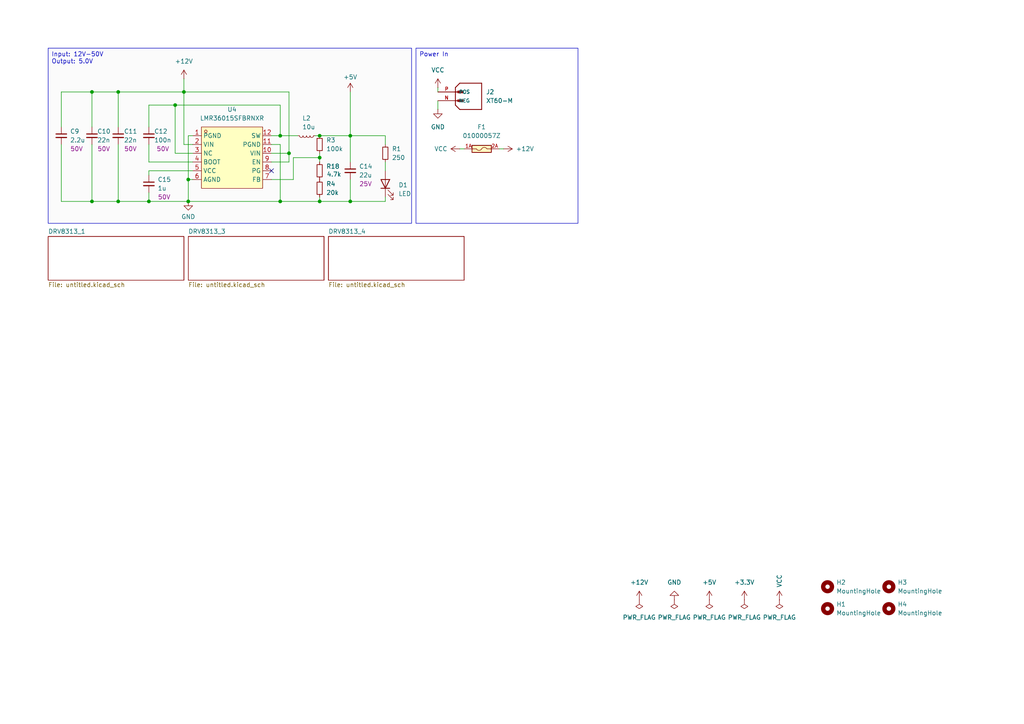
<source format=kicad_sch>
(kicad_sch
	(version 20250114)
	(generator "eeschema")
	(generator_version "9.0")
	(uuid "490102aa-462a-4a88-ba7a-c20836050d16")
	(paper "A4")
	(lib_symbols
		(symbol "+3.3V_3"
			(power)
			(pin_names
				(offset 0)
			)
			(exclude_from_sim no)
			(in_bom yes)
			(on_board yes)
			(property "Reference" "#PWR"
				(at 0 -3.81 0)
				(effects
					(font
						(size 1.27 1.27)
					)
					(hide yes)
				)
			)
			(property "Value" "+3.3V_3"
				(at 0 3.556 0)
				(effects
					(font
						(size 1.27 1.27)
					)
				)
			)
			(property "Footprint" ""
				(at 0 0 0)
				(effects
					(font
						(size 1.27 1.27)
					)
					(hide yes)
				)
			)
			(property "Datasheet" ""
				(at 0 0 0)
				(effects
					(font
						(size 1.27 1.27)
					)
					(hide yes)
				)
			)
			(property "Description" "Power symbol creates a global label with name \"+3.3V\""
				(at 0 0 0)
				(effects
					(font
						(size 1.27 1.27)
					)
					(hide yes)
				)
			)
			(property "ki_keywords" "global power"
				(at 0 0 0)
				(effects
					(font
						(size 1.27 1.27)
					)
					(hide yes)
				)
			)
			(symbol "+3.3V_3_0_1"
				(polyline
					(pts
						(xy -0.762 1.27) (xy 0 2.54)
					)
					(stroke
						(width 0)
						(type default)
					)
					(fill
						(type none)
					)
				)
				(polyline
					(pts
						(xy 0 2.54) (xy 0.762 1.27)
					)
					(stroke
						(width 0)
						(type default)
					)
					(fill
						(type none)
					)
				)
				(polyline
					(pts
						(xy 0 0) (xy 0 2.54)
					)
					(stroke
						(width 0)
						(type default)
					)
					(fill
						(type none)
					)
				)
			)
			(symbol "+3.3V_3_1_1"
				(pin power_in line
					(at 0 0 90)
					(length 0)
					(hide yes)
					(name "+3.3V"
						(effects
							(font
								(size 1.27 1.27)
							)
						)
					)
					(number "1"
						(effects
							(font
								(size 1.27 1.27)
							)
						)
					)
				)
			)
			(embedded_fonts no)
		)
		(symbol "01000057Z:01000057Z"
			(pin_names
				(offset 1.016)
			)
			(exclude_from_sim no)
			(in_bom yes)
			(on_board yes)
			(property "Reference" "F"
				(at -2.8031 1.6564 0)
				(effects
					(font
						(size 1.27 1.27)
					)
					(justify left bottom)
				)
			)
			(property "Value" "01000057Z"
				(at -3.0625 -2.6797 0)
				(effects
					(font
						(size 1.27 1.27)
					)
					(justify left bottom)
				)
			)
			(property "Footprint" "01000057Z:FUSE_01000057Z"
				(at 0 0 0)
				(effects
					(font
						(size 1.27 1.27)
					)
					(justify bottom)
					(hide yes)
				)
			)
			(property "Datasheet" ""
				(at 0 0 0)
				(effects
					(font
						(size 1.27 1.27)
					)
					(hide yes)
				)
			)
			(property "Description" ""
				(at 0 0 0)
				(effects
					(font
						(size 1.27 1.27)
					)
					(hide yes)
				)
			)
			(property "MF" "Littelfuse"
				(at 0 0 0)
				(effects
					(font
						(size 1.27 1.27)
					)
					(justify bottom)
					(hide yes)
				)
			)
			(property "Description_1" "Fuse Clip, 100-57 Series, Blade, Vertical, 125V, 15A, PCB | Littelfuse 01000057Z"
				(at 0 0 0)
				(effects
					(font
						(size 1.27 1.27)
					)
					(justify bottom)
					(hide yes)
				)
			)
			(property "Package" "None"
				(at 0 0 0)
				(effects
					(font
						(size 1.27 1.27)
					)
					(justify bottom)
					(hide yes)
				)
			)
			(property "Price" "None"
				(at 0 0 0)
				(effects
					(font
						(size 1.27 1.27)
					)
					(justify bottom)
					(hide yes)
				)
			)
			(property "SnapEDA_Link" "https://www.snapeda.com/parts/01000057Z/Littelfuse/view-part/?ref=snap"
				(at 0 0 0)
				(effects
					(font
						(size 1.27 1.27)
					)
					(justify bottom)
					(hide yes)
				)
			)
			(property "MP" "01000057Z"
				(at 0 0 0)
				(effects
					(font
						(size 1.27 1.27)
					)
					(justify bottom)
					(hide yes)
				)
			)
			(property "Purchase-URL" "https://www.snapeda.com/api/url_track_click_mouser/?unipart_id=7206104&manufacturer=Littelfuse&part_name=01000057Z&search_term=None"
				(at 0 0 0)
				(effects
					(font
						(size 1.27 1.27)
					)
					(justify bottom)
					(hide yes)
				)
			)
			(property "Availability" "In Stock"
				(at 0 0 0)
				(effects
					(font
						(size 1.27 1.27)
					)
					(justify bottom)
					(hide yes)
				)
			)
			(property "Check_prices" "https://www.snapeda.com/parts/01000057Z/Littelfuse/view-part/?ref=eda"
				(at 0 0 0)
				(effects
					(font
						(size 1.27 1.27)
					)
					(justify bottom)
					(hide yes)
				)
			)
			(symbol "01000057Z_0_0"
				(rectangle
					(start -2.794 -1.016)
					(end 2.794 1.016)
					(stroke
						(width 0.254)
						(type default)
					)
					(fill
						(type background)
					)
				)
				(polyline
					(pts
						(xy -2.54 0) (xy -1.524 0)
					)
					(stroke
						(width 0.1524)
						(type default)
					)
					(fill
						(type none)
					)
				)
				(arc
					(start 0 0)
					(mid -0.762 -0.4399)
					(end -1.524 0)
					(stroke
						(width 0.1524)
						(type default)
					)
					(fill
						(type none)
					)
				)
				(arc
					(start 0 0)
					(mid 0.762 0.4399)
					(end 1.524 0)
					(stroke
						(width 0.1524)
						(type default)
					)
					(fill
						(type none)
					)
				)
				(polyline
					(pts
						(xy 1.524 0) (xy 2.54 0)
					)
					(stroke
						(width 0.1524)
						(type default)
					)
					(fill
						(type none)
					)
				)
				(pin passive line
					(at -5.08 0 0)
					(length 2.54)
					(name "~"
						(effects
							(font
								(size 1.016 1.016)
							)
						)
					)
					(number "1A"
						(effects
							(font
								(size 1.016 1.016)
							)
						)
					)
				)
				(pin passive line
					(at -5.08 0 0)
					(length 2.54)
					(hide yes)
					(name "~"
						(effects
							(font
								(size 1.016 1.016)
							)
						)
					)
					(number "1B"
						(effects
							(font
								(size 1.016 1.016)
							)
						)
					)
				)
				(pin passive line
					(at 5.08 0 180)
					(length 2.54)
					(name "~"
						(effects
							(font
								(size 1.016 1.016)
							)
						)
					)
					(number "2A"
						(effects
							(font
								(size 1.016 1.016)
							)
						)
					)
				)
				(pin passive line
					(at 5.08 0 180)
					(length 2.54)
					(hide yes)
					(name "~"
						(effects
							(font
								(size 1.016 1.016)
							)
						)
					)
					(number "2B"
						(effects
							(font
								(size 1.016 1.016)
							)
						)
					)
				)
			)
			(embedded_fonts no)
		)
		(symbol "Device:C_Small"
			(pin_numbers
				(hide yes)
			)
			(pin_names
				(offset 0.254)
				(hide yes)
			)
			(exclude_from_sim no)
			(in_bom yes)
			(on_board yes)
			(property "Reference" "C"
				(at 0.254 1.778 0)
				(effects
					(font
						(size 1.27 1.27)
					)
					(justify left)
				)
			)
			(property "Value" "C_Small"
				(at 0.254 -2.032 0)
				(effects
					(font
						(size 1.27 1.27)
					)
					(justify left)
				)
			)
			(property "Footprint" ""
				(at 0 0 0)
				(effects
					(font
						(size 1.27 1.27)
					)
					(hide yes)
				)
			)
			(property "Datasheet" "~"
				(at 0 0 0)
				(effects
					(font
						(size 1.27 1.27)
					)
					(hide yes)
				)
			)
			(property "Description" "Unpolarized capacitor, small symbol"
				(at 0 0 0)
				(effects
					(font
						(size 1.27 1.27)
					)
					(hide yes)
				)
			)
			(property "ki_keywords" "capacitor cap"
				(at 0 0 0)
				(effects
					(font
						(size 1.27 1.27)
					)
					(hide yes)
				)
			)
			(property "ki_fp_filters" "C_*"
				(at 0 0 0)
				(effects
					(font
						(size 1.27 1.27)
					)
					(hide yes)
				)
			)
			(symbol "C_Small_0_1"
				(polyline
					(pts
						(xy -1.524 0.508) (xy 1.524 0.508)
					)
					(stroke
						(width 0.3048)
						(type default)
					)
					(fill
						(type none)
					)
				)
				(polyline
					(pts
						(xy -1.524 -0.508) (xy 1.524 -0.508)
					)
					(stroke
						(width 0.3302)
						(type default)
					)
					(fill
						(type none)
					)
				)
			)
			(symbol "C_Small_1_1"
				(pin passive line
					(at 0 2.54 270)
					(length 2.032)
					(name "~"
						(effects
							(font
								(size 1.27 1.27)
							)
						)
					)
					(number "1"
						(effects
							(font
								(size 1.27 1.27)
							)
						)
					)
				)
				(pin passive line
					(at 0 -2.54 90)
					(length 2.032)
					(name "~"
						(effects
							(font
								(size 1.27 1.27)
							)
						)
					)
					(number "2"
						(effects
							(font
								(size 1.27 1.27)
							)
						)
					)
				)
			)
			(embedded_fonts no)
		)
		(symbol "Device:LED"
			(pin_numbers
				(hide yes)
			)
			(pin_names
				(offset 1.016)
				(hide yes)
			)
			(exclude_from_sim no)
			(in_bom yes)
			(on_board yes)
			(property "Reference" "D"
				(at 0 2.54 0)
				(effects
					(font
						(size 1.27 1.27)
					)
				)
			)
			(property "Value" "LED"
				(at 0 -2.54 0)
				(effects
					(font
						(size 1.27 1.27)
					)
				)
			)
			(property "Footprint" ""
				(at 0 0 0)
				(effects
					(font
						(size 1.27 1.27)
					)
					(hide yes)
				)
			)
			(property "Datasheet" "~"
				(at 0 0 0)
				(effects
					(font
						(size 1.27 1.27)
					)
					(hide yes)
				)
			)
			(property "Description" "Light emitting diode"
				(at 0 0 0)
				(effects
					(font
						(size 1.27 1.27)
					)
					(hide yes)
				)
			)
			(property "Sim.Pins" "1=K 2=A"
				(at 0 0 0)
				(effects
					(font
						(size 1.27 1.27)
					)
					(hide yes)
				)
			)
			(property "ki_keywords" "LED diode"
				(at 0 0 0)
				(effects
					(font
						(size 1.27 1.27)
					)
					(hide yes)
				)
			)
			(property "ki_fp_filters" "LED* LED_SMD:* LED_THT:*"
				(at 0 0 0)
				(effects
					(font
						(size 1.27 1.27)
					)
					(hide yes)
				)
			)
			(symbol "LED_0_1"
				(polyline
					(pts
						(xy -3.048 -0.762) (xy -4.572 -2.286) (xy -3.81 -2.286) (xy -4.572 -2.286) (xy -4.572 -1.524)
					)
					(stroke
						(width 0)
						(type default)
					)
					(fill
						(type none)
					)
				)
				(polyline
					(pts
						(xy -1.778 -0.762) (xy -3.302 -2.286) (xy -2.54 -2.286) (xy -3.302 -2.286) (xy -3.302 -1.524)
					)
					(stroke
						(width 0)
						(type default)
					)
					(fill
						(type none)
					)
				)
				(polyline
					(pts
						(xy -1.27 0) (xy 1.27 0)
					)
					(stroke
						(width 0)
						(type default)
					)
					(fill
						(type none)
					)
				)
				(polyline
					(pts
						(xy -1.27 -1.27) (xy -1.27 1.27)
					)
					(stroke
						(width 0.254)
						(type default)
					)
					(fill
						(type none)
					)
				)
				(polyline
					(pts
						(xy 1.27 -1.27) (xy 1.27 1.27) (xy -1.27 0) (xy 1.27 -1.27)
					)
					(stroke
						(width 0.254)
						(type default)
					)
					(fill
						(type none)
					)
				)
			)
			(symbol "LED_1_1"
				(pin passive line
					(at -3.81 0 0)
					(length 2.54)
					(name "K"
						(effects
							(font
								(size 1.27 1.27)
							)
						)
					)
					(number "1"
						(effects
							(font
								(size 1.27 1.27)
							)
						)
					)
				)
				(pin passive line
					(at 3.81 0 180)
					(length 2.54)
					(name "A"
						(effects
							(font
								(size 1.27 1.27)
							)
						)
					)
					(number "2"
						(effects
							(font
								(size 1.27 1.27)
							)
						)
					)
				)
			)
			(embedded_fonts no)
		)
		(symbol "Device:L_Small"
			(pin_numbers
				(hide yes)
			)
			(pin_names
				(offset 0.254)
				(hide yes)
			)
			(exclude_from_sim no)
			(in_bom yes)
			(on_board yes)
			(property "Reference" "L"
				(at 0.762 1.016 0)
				(effects
					(font
						(size 1.27 1.27)
					)
					(justify left)
				)
			)
			(property "Value" "L_Small"
				(at 0.762 -1.016 0)
				(effects
					(font
						(size 1.27 1.27)
					)
					(justify left)
				)
			)
			(property "Footprint" ""
				(at 0 0 0)
				(effects
					(font
						(size 1.27 1.27)
					)
					(hide yes)
				)
			)
			(property "Datasheet" "~"
				(at 0 0 0)
				(effects
					(font
						(size 1.27 1.27)
					)
					(hide yes)
				)
			)
			(property "Description" "Inductor, small symbol"
				(at 0 0 0)
				(effects
					(font
						(size 1.27 1.27)
					)
					(hide yes)
				)
			)
			(property "ki_keywords" "inductor choke coil reactor magnetic"
				(at 0 0 0)
				(effects
					(font
						(size 1.27 1.27)
					)
					(hide yes)
				)
			)
			(property "ki_fp_filters" "Choke_* *Coil* Inductor_* L_*"
				(at 0 0 0)
				(effects
					(font
						(size 1.27 1.27)
					)
					(hide yes)
				)
			)
			(symbol "L_Small_0_1"
				(arc
					(start 0 2.032)
					(mid 0.5058 1.524)
					(end 0 1.016)
					(stroke
						(width 0)
						(type default)
					)
					(fill
						(type none)
					)
				)
				(arc
					(start 0 1.016)
					(mid 0.5058 0.508)
					(end 0 0)
					(stroke
						(width 0)
						(type default)
					)
					(fill
						(type none)
					)
				)
				(arc
					(start 0 0)
					(mid 0.5058 -0.508)
					(end 0 -1.016)
					(stroke
						(width 0)
						(type default)
					)
					(fill
						(type none)
					)
				)
				(arc
					(start 0 -1.016)
					(mid 0.5058 -1.524)
					(end 0 -2.032)
					(stroke
						(width 0)
						(type default)
					)
					(fill
						(type none)
					)
				)
			)
			(symbol "L_Small_1_1"
				(pin passive line
					(at 0 2.54 270)
					(length 0.508)
					(name "~"
						(effects
							(font
								(size 1.27 1.27)
							)
						)
					)
					(number "1"
						(effects
							(font
								(size 1.27 1.27)
							)
						)
					)
				)
				(pin passive line
					(at 0 -2.54 90)
					(length 0.508)
					(name "~"
						(effects
							(font
								(size 1.27 1.27)
							)
						)
					)
					(number "2"
						(effects
							(font
								(size 1.27 1.27)
							)
						)
					)
				)
			)
			(embedded_fonts no)
		)
		(symbol "Device:R_Small"
			(pin_numbers
				(hide yes)
			)
			(pin_names
				(offset 0.254)
				(hide yes)
			)
			(exclude_from_sim no)
			(in_bom yes)
			(on_board yes)
			(property "Reference" "R"
				(at 0.762 0.508 0)
				(effects
					(font
						(size 1.27 1.27)
					)
					(justify left)
				)
			)
			(property "Value" "R_Small"
				(at 0.762 -1.016 0)
				(effects
					(font
						(size 1.27 1.27)
					)
					(justify left)
				)
			)
			(property "Footprint" ""
				(at 0 0 0)
				(effects
					(font
						(size 1.27 1.27)
					)
					(hide yes)
				)
			)
			(property "Datasheet" "~"
				(at 0 0 0)
				(effects
					(font
						(size 1.27 1.27)
					)
					(hide yes)
				)
			)
			(property "Description" "Resistor, small symbol"
				(at 0 0 0)
				(effects
					(font
						(size 1.27 1.27)
					)
					(hide yes)
				)
			)
			(property "ki_keywords" "R resistor"
				(at 0 0 0)
				(effects
					(font
						(size 1.27 1.27)
					)
					(hide yes)
				)
			)
			(property "ki_fp_filters" "R_*"
				(at 0 0 0)
				(effects
					(font
						(size 1.27 1.27)
					)
					(hide yes)
				)
			)
			(symbol "R_Small_0_1"
				(rectangle
					(start -0.762 1.778)
					(end 0.762 -1.778)
					(stroke
						(width 0.2032)
						(type default)
					)
					(fill
						(type none)
					)
				)
			)
			(symbol "R_Small_1_1"
				(pin passive line
					(at 0 2.54 270)
					(length 0.762)
					(name "~"
						(effects
							(font
								(size 1.27 1.27)
							)
						)
					)
					(number "1"
						(effects
							(font
								(size 1.27 1.27)
							)
						)
					)
				)
				(pin passive line
					(at 0 -2.54 90)
					(length 0.762)
					(name "~"
						(effects
							(font
								(size 1.27 1.27)
							)
						)
					)
					(number "2"
						(effects
							(font
								(size 1.27 1.27)
							)
						)
					)
				)
			)
			(embedded_fonts no)
		)
		(symbol "GND_1"
			(power)
			(pin_numbers
				(hide yes)
			)
			(pin_names
				(offset 0)
				(hide yes)
			)
			(exclude_from_sim no)
			(in_bom yes)
			(on_board yes)
			(property "Reference" "#PWR"
				(at 0 -6.35 0)
				(effects
					(font
						(size 1.27 1.27)
					)
					(hide yes)
				)
			)
			(property "Value" "GND"
				(at 0 -3.81 0)
				(effects
					(font
						(size 1.27 1.27)
					)
				)
			)
			(property "Footprint" ""
				(at 0 0 0)
				(effects
					(font
						(size 1.27 1.27)
					)
					(hide yes)
				)
			)
			(property "Datasheet" ""
				(at 0 0 0)
				(effects
					(font
						(size 1.27 1.27)
					)
					(hide yes)
				)
			)
			(property "Description" "Power symbol creates a global label with name \"GND\" , ground"
				(at 0 0 0)
				(effects
					(font
						(size 1.27 1.27)
					)
					(hide yes)
				)
			)
			(property "ki_keywords" "global power"
				(at 0 0 0)
				(effects
					(font
						(size 1.27 1.27)
					)
					(hide yes)
				)
			)
			(symbol "GND_1_0_1"
				(polyline
					(pts
						(xy 0 0) (xy 0 -1.27) (xy 1.27 -1.27) (xy 0 -2.54) (xy -1.27 -1.27) (xy 0 -1.27)
					)
					(stroke
						(width 0)
						(type default)
					)
					(fill
						(type none)
					)
				)
			)
			(symbol "GND_1_1_1"
				(pin power_in line
					(at 0 0 270)
					(length 0)
					(name "~"
						(effects
							(font
								(size 1.27 1.27)
							)
						)
					)
					(number "1"
						(effects
							(font
								(size 1.27 1.27)
							)
						)
					)
				)
			)
			(embedded_fonts no)
		)
		(symbol "Mechanical:MountingHole"
			(pin_names
				(offset 1.016)
			)
			(exclude_from_sim no)
			(in_bom no)
			(on_board yes)
			(property "Reference" "H"
				(at 0 5.08 0)
				(effects
					(font
						(size 1.27 1.27)
					)
				)
			)
			(property "Value" "MountingHole"
				(at 0 3.175 0)
				(effects
					(font
						(size 1.27 1.27)
					)
				)
			)
			(property "Footprint" ""
				(at 0 0 0)
				(effects
					(font
						(size 1.27 1.27)
					)
					(hide yes)
				)
			)
			(property "Datasheet" "~"
				(at 0 0 0)
				(effects
					(font
						(size 1.27 1.27)
					)
					(hide yes)
				)
			)
			(property "Description" "Mounting Hole without connection"
				(at 0 0 0)
				(effects
					(font
						(size 1.27 1.27)
					)
					(hide yes)
				)
			)
			(property "ki_keywords" "mounting hole"
				(at 0 0 0)
				(effects
					(font
						(size 1.27 1.27)
					)
					(hide yes)
				)
			)
			(property "ki_fp_filters" "MountingHole*"
				(at 0 0 0)
				(effects
					(font
						(size 1.27 1.27)
					)
					(hide yes)
				)
			)
			(symbol "MountingHole_0_1"
				(circle
					(center 0 0)
					(radius 1.27)
					(stroke
						(width 1.27)
						(type default)
					)
					(fill
						(type none)
					)
				)
			)
			(embedded_fonts no)
		)
		(symbol "XT60-M:XT60-M"
			(pin_names
				(offset 1.016)
			)
			(exclude_from_sim no)
			(in_bom yes)
			(on_board yes)
			(property "Reference" "J"
				(at 0 6.35 0)
				(effects
					(font
						(size 1.27 1.27)
					)
					(justify left bottom)
				)
			)
			(property "Value" "XT60-M"
				(at 0 -5.08 0)
				(effects
					(font
						(size 1.27 1.27)
					)
					(justify left bottom)
				)
			)
			(property "Footprint" "XT60-M:AMASS_XT60-M"
				(at 0 0 0)
				(effects
					(font
						(size 1.27 1.27)
					)
					(justify bottom)
					(hide yes)
				)
			)
			(property "Datasheet" ""
				(at 0 0 0)
				(effects
					(font
						(size 1.27 1.27)
					)
					(hide yes)
				)
			)
			(property "Description" ""
				(at 0 0 0)
				(effects
					(font
						(size 1.27 1.27)
					)
					(hide yes)
				)
			)
			(property "MF" "AMASS"
				(at 0 0 0)
				(effects
					(font
						(size 1.27 1.27)
					)
					(justify bottom)
					(hide yes)
				)
			)
			(property "MAXIMUM_PACKAGE_HEIGHT" "16.00 mm"
				(at 0 0 0)
				(effects
					(font
						(size 1.27 1.27)
					)
					(justify bottom)
					(hide yes)
				)
			)
			(property "Package" "Package"
				(at 0 0 0)
				(effects
					(font
						(size 1.27 1.27)
					)
					(justify bottom)
					(hide yes)
				)
			)
			(property "Price" "None"
				(at 0 0 0)
				(effects
					(font
						(size 1.27 1.27)
					)
					(justify bottom)
					(hide yes)
				)
			)
			(property "Check_prices" "https://www.snapeda.com/parts/XT60-M/AMASS/view-part/?ref=eda"
				(at 0 0 0)
				(effects
					(font
						(size 1.27 1.27)
					)
					(justify bottom)
					(hide yes)
				)
			)
			(property "STANDARD" "IPC 7351B"
				(at 0 0 0)
				(effects
					(font
						(size 1.27 1.27)
					)
					(justify bottom)
					(hide yes)
				)
			)
			(property "PARTREV" "V1.2"
				(at 0 0 0)
				(effects
					(font
						(size 1.27 1.27)
					)
					(justify bottom)
					(hide yes)
				)
			)
			(property "SnapEDA_Link" "https://www.snapeda.com/parts/XT60-M/AMASS/view-part/?ref=snap"
				(at 0 0 0)
				(effects
					(font
						(size 1.27 1.27)
					)
					(justify bottom)
					(hide yes)
				)
			)
			(property "MP" "XT60-M"
				(at 0 0 0)
				(effects
					(font
						(size 1.27 1.27)
					)
					(justify bottom)
					(hide yes)
				)
			)
			(property "Description_1" "Plug; DC supply; XT60; male; PIN: 2; for cable; soldered; 30A; 500V"
				(at 0 0 0)
				(effects
					(font
						(size 1.27 1.27)
					)
					(justify bottom)
					(hide yes)
				)
			)
			(property "Availability" "In Stock"
				(at 0 0 0)
				(effects
					(font
						(size 1.27 1.27)
					)
					(justify bottom)
					(hide yes)
				)
			)
			(property "MANUFACTURER" "AMASS"
				(at 0 0 0)
				(effects
					(font
						(size 1.27 1.27)
					)
					(justify bottom)
					(hide yes)
				)
			)
			(symbol "XT60-M_0_0"
				(polyline
					(pts
						(xy 0 3.81) (xy 0 2.54)
					)
					(stroke
						(width 0.254)
						(type default)
					)
					(fill
						(type none)
					)
				)
				(polyline
					(pts
						(xy 0 3.81) (xy 1.27 5.08)
					)
					(stroke
						(width 0.254)
						(type default)
					)
					(fill
						(type none)
					)
				)
				(polyline
					(pts
						(xy 0 2.54) (xy 0 -1.27)
					)
					(stroke
						(width 0.254)
						(type default)
					)
					(fill
						(type none)
					)
				)
				(polyline
					(pts
						(xy 0 2.54) (xy 1.905 2.54)
					)
					(stroke
						(width 0.254)
						(type default)
					)
					(fill
						(type none)
					)
				)
				(polyline
					(pts
						(xy 0 0) (xy 1.905 0)
					)
					(stroke
						(width 0.254)
						(type default)
					)
					(fill
						(type none)
					)
				)
				(polyline
					(pts
						(xy 0 -1.27) (xy 1.27 -2.54)
					)
					(stroke
						(width 0.254)
						(type default)
					)
					(fill
						(type none)
					)
				)
				(rectangle
					(start 0.635 2.2225)
					(end 2.2225 2.8575)
					(stroke
						(width 0.1)
						(type default)
					)
					(fill
						(type outline)
					)
				)
				(rectangle
					(start 0.635 -0.3175)
					(end 2.2225 0.3175)
					(stroke
						(width 0.1)
						(type default)
					)
					(fill
						(type outline)
					)
				)
				(polyline
					(pts
						(xy 1.27 -2.54) (xy 7.62 -2.54)
					)
					(stroke
						(width 0.254)
						(type default)
					)
					(fill
						(type none)
					)
				)
				(polyline
					(pts
						(xy 7.62 5.08) (xy 1.27 5.08)
					)
					(stroke
						(width 0.254)
						(type default)
					)
					(fill
						(type none)
					)
				)
				(polyline
					(pts
						(xy 7.62 -2.54) (xy 7.62 5.08)
					)
					(stroke
						(width 0.254)
						(type default)
					)
					(fill
						(type none)
					)
				)
				(pin passive line
					(at -5.08 2.54 0)
					(length 5.08)
					(name "POS"
						(effects
							(font
								(size 1.016 1.016)
							)
						)
					)
					(number "P"
						(effects
							(font
								(size 1.016 1.016)
							)
						)
					)
				)
				(pin passive line
					(at -5.08 0 0)
					(length 5.08)
					(name "NEG"
						(effects
							(font
								(size 1.016 1.016)
							)
						)
					)
					(number "N"
						(effects
							(font
								(size 1.016 1.016)
							)
						)
					)
				)
			)
			(embedded_fonts no)
		)
		(symbol "easyeda:LMR36015SFBRNXR"
			(exclude_from_sim no)
			(in_bom yes)
			(on_board yes)
			(property "Reference" "U"
				(at 0 12.7 0)
				(effects
					(font
						(size 1.27 1.27)
					)
				)
			)
			(property "Value" "LMR36015SFBRNXR"
				(at 0 -10.16 0)
				(effects
					(font
						(size 1.27 1.27)
					)
				)
			)
			(property "Footprint" "easyeda:VQFN-12_L3.0-W2.0-P0.65-BL_TI_RNX"
				(at 0 -12.7 0)
				(effects
					(font
						(size 1.27 1.27)
					)
					(hide yes)
				)
			)
			(property "Datasheet" ""
				(at 0 0 0)
				(effects
					(font
						(size 1.27 1.27)
					)
					(hide yes)
				)
			)
			(property "Description" ""
				(at 0 0 0)
				(effects
					(font
						(size 1.27 1.27)
					)
					(hide yes)
				)
			)
			(property "LCSC Part" "C3187929"
				(at 0 -15.24 0)
				(effects
					(font
						(size 1.27 1.27)
					)
					(hide yes)
				)
			)
			(symbol "LMR36015SFBRNXR_0_1"
				(rectangle
					(start -10.16 10.16)
					(end 7.62 -7.62)
					(stroke
						(width 0)
						(type default)
					)
					(fill
						(type background)
					)
				)
				(circle
					(center -8.89 8.89)
					(radius 0.38)
					(stroke
						(width 0)
						(type default)
					)
					(fill
						(type none)
					)
				)
				(pin unspecified line
					(at -12.7 7.62 0)
					(length 2.54)
					(name "PGND"
						(effects
							(font
								(size 1.27 1.27)
							)
						)
					)
					(number "1"
						(effects
							(font
								(size 1.27 1.27)
							)
						)
					)
				)
				(pin unspecified line
					(at -12.7 5.08 0)
					(length 2.54)
					(name "VIN"
						(effects
							(font
								(size 1.27 1.27)
							)
						)
					)
					(number "2"
						(effects
							(font
								(size 1.27 1.27)
							)
						)
					)
				)
				(pin unspecified line
					(at -12.7 2.54 0)
					(length 2.54)
					(name "NC"
						(effects
							(font
								(size 1.27 1.27)
							)
						)
					)
					(number "3"
						(effects
							(font
								(size 1.27 1.27)
							)
						)
					)
				)
				(pin unspecified line
					(at -12.7 0 0)
					(length 2.54)
					(name "BOOT"
						(effects
							(font
								(size 1.27 1.27)
							)
						)
					)
					(number "4"
						(effects
							(font
								(size 1.27 1.27)
							)
						)
					)
				)
				(pin unspecified line
					(at -12.7 -2.54 0)
					(length 2.54)
					(name "VCC"
						(effects
							(font
								(size 1.27 1.27)
							)
						)
					)
					(number "5"
						(effects
							(font
								(size 1.27 1.27)
							)
						)
					)
				)
				(pin unspecified line
					(at -12.7 -5.08 0)
					(length 2.54)
					(name "AGND"
						(effects
							(font
								(size 1.27 1.27)
							)
						)
					)
					(number "6"
						(effects
							(font
								(size 1.27 1.27)
							)
						)
					)
				)
				(pin unspecified line
					(at 10.16 7.62 180)
					(length 2.54)
					(name "SW"
						(effects
							(font
								(size 1.27 1.27)
							)
						)
					)
					(number "12"
						(effects
							(font
								(size 1.27 1.27)
							)
						)
					)
				)
				(pin unspecified line
					(at 10.16 5.08 180)
					(length 2.54)
					(name "PGND"
						(effects
							(font
								(size 1.27 1.27)
							)
						)
					)
					(number "11"
						(effects
							(font
								(size 1.27 1.27)
							)
						)
					)
				)
				(pin unspecified line
					(at 10.16 2.54 180)
					(length 2.54)
					(name "VIN"
						(effects
							(font
								(size 1.27 1.27)
							)
						)
					)
					(number "10"
						(effects
							(font
								(size 1.27 1.27)
							)
						)
					)
				)
				(pin unspecified line
					(at 10.16 0 180)
					(length 2.54)
					(name "EN"
						(effects
							(font
								(size 1.27 1.27)
							)
						)
					)
					(number "9"
						(effects
							(font
								(size 1.27 1.27)
							)
						)
					)
				)
				(pin unspecified line
					(at 10.16 -2.54 180)
					(length 2.54)
					(name "PG"
						(effects
							(font
								(size 1.27 1.27)
							)
						)
					)
					(number "8"
						(effects
							(font
								(size 1.27 1.27)
							)
						)
					)
				)
				(pin unspecified line
					(at 10.16 -5.08 180)
					(length 2.54)
					(name "FB"
						(effects
							(font
								(size 1.27 1.27)
							)
						)
					)
					(number "7"
						(effects
							(font
								(size 1.27 1.27)
							)
						)
					)
				)
			)
			(embedded_fonts no)
		)
		(symbol "power:+12V"
			(power)
			(pin_numbers
				(hide yes)
			)
			(pin_names
				(offset 0)
				(hide yes)
			)
			(exclude_from_sim no)
			(in_bom yes)
			(on_board yes)
			(property "Reference" "#PWR"
				(at 0 -3.81 0)
				(effects
					(font
						(size 1.27 1.27)
					)
					(hide yes)
				)
			)
			(property "Value" "+12V"
				(at 0 3.556 0)
				(effects
					(font
						(size 1.27 1.27)
					)
				)
			)
			(property "Footprint" ""
				(at 0 0 0)
				(effects
					(font
						(size 1.27 1.27)
					)
					(hide yes)
				)
			)
			(property "Datasheet" ""
				(at 0 0 0)
				(effects
					(font
						(size 1.27 1.27)
					)
					(hide yes)
				)
			)
			(property "Description" "Power symbol creates a global label with name \"+12V\""
				(at 0 0 0)
				(effects
					(font
						(size 1.27 1.27)
					)
					(hide yes)
				)
			)
			(property "ki_keywords" "global power"
				(at 0 0 0)
				(effects
					(font
						(size 1.27 1.27)
					)
					(hide yes)
				)
			)
			(symbol "+12V_0_1"
				(polyline
					(pts
						(xy -0.762 1.27) (xy 0 2.54)
					)
					(stroke
						(width 0)
						(type default)
					)
					(fill
						(type none)
					)
				)
				(polyline
					(pts
						(xy 0 2.54) (xy 0.762 1.27)
					)
					(stroke
						(width 0)
						(type default)
					)
					(fill
						(type none)
					)
				)
				(polyline
					(pts
						(xy 0 0) (xy 0 2.54)
					)
					(stroke
						(width 0)
						(type default)
					)
					(fill
						(type none)
					)
				)
			)
			(symbol "+12V_1_1"
				(pin power_in line
					(at 0 0 90)
					(length 0)
					(name "~"
						(effects
							(font
								(size 1.27 1.27)
							)
						)
					)
					(number "1"
						(effects
							(font
								(size 1.27 1.27)
							)
						)
					)
				)
			)
			(embedded_fonts no)
		)
		(symbol "power:+5V"
			(power)
			(pin_names
				(offset 0)
			)
			(exclude_from_sim no)
			(in_bom yes)
			(on_board yes)
			(property "Reference" "#PWR"
				(at 0 -3.81 0)
				(effects
					(font
						(size 1.27 1.27)
					)
					(hide yes)
				)
			)
			(property "Value" "+5V"
				(at 0 3.556 0)
				(effects
					(font
						(size 1.27 1.27)
					)
				)
			)
			(property "Footprint" ""
				(at 0 0 0)
				(effects
					(font
						(size 1.27 1.27)
					)
					(hide yes)
				)
			)
			(property "Datasheet" ""
				(at 0 0 0)
				(effects
					(font
						(size 1.27 1.27)
					)
					(hide yes)
				)
			)
			(property "Description" "Power symbol creates a global label with name \"+5V\""
				(at 0 0 0)
				(effects
					(font
						(size 1.27 1.27)
					)
					(hide yes)
				)
			)
			(property "ki_keywords" "global power"
				(at 0 0 0)
				(effects
					(font
						(size 1.27 1.27)
					)
					(hide yes)
				)
			)
			(symbol "+5V_0_1"
				(polyline
					(pts
						(xy -0.762 1.27) (xy 0 2.54)
					)
					(stroke
						(width 0)
						(type default)
					)
					(fill
						(type none)
					)
				)
				(polyline
					(pts
						(xy 0 2.54) (xy 0.762 1.27)
					)
					(stroke
						(width 0)
						(type default)
					)
					(fill
						(type none)
					)
				)
				(polyline
					(pts
						(xy 0 0) (xy 0 2.54)
					)
					(stroke
						(width 0)
						(type default)
					)
					(fill
						(type none)
					)
				)
			)
			(symbol "+5V_1_1"
				(pin power_in line
					(at 0 0 90)
					(length 0)
					(hide yes)
					(name "+5V"
						(effects
							(font
								(size 1.27 1.27)
							)
						)
					)
					(number "1"
						(effects
							(font
								(size 1.27 1.27)
							)
						)
					)
				)
			)
			(embedded_fonts no)
		)
		(symbol "power:GND"
			(power)
			(pin_names
				(offset 0)
			)
			(exclude_from_sim no)
			(in_bom yes)
			(on_board yes)
			(property "Reference" "#PWR"
				(at 0 -6.35 0)
				(effects
					(font
						(size 1.27 1.27)
					)
					(hide yes)
				)
			)
			(property "Value" "GND"
				(at 0 -3.81 0)
				(effects
					(font
						(size 1.27 1.27)
					)
				)
			)
			(property "Footprint" ""
				(at 0 0 0)
				(effects
					(font
						(size 1.27 1.27)
					)
					(hide yes)
				)
			)
			(property "Datasheet" ""
				(at 0 0 0)
				(effects
					(font
						(size 1.27 1.27)
					)
					(hide yes)
				)
			)
			(property "Description" "Power symbol creates a global label with name \"GND\" , ground"
				(at 0 0 0)
				(effects
					(font
						(size 1.27 1.27)
					)
					(hide yes)
				)
			)
			(property "ki_keywords" "global power"
				(at 0 0 0)
				(effects
					(font
						(size 1.27 1.27)
					)
					(hide yes)
				)
			)
			(symbol "GND_0_1"
				(polyline
					(pts
						(xy 0 0) (xy 0 -1.27) (xy 1.27 -1.27) (xy 0 -2.54) (xy -1.27 -1.27) (xy 0 -1.27)
					)
					(stroke
						(width 0)
						(type default)
					)
					(fill
						(type none)
					)
				)
			)
			(symbol "GND_1_1"
				(pin power_in line
					(at 0 0 270)
					(length 0)
					(hide yes)
					(name "GND"
						(effects
							(font
								(size 1.27 1.27)
							)
						)
					)
					(number "1"
						(effects
							(font
								(size 1.27 1.27)
							)
						)
					)
				)
			)
			(embedded_fonts no)
		)
		(symbol "power:PWR_FLAG"
			(power)
			(pin_numbers
				(hide yes)
			)
			(pin_names
				(offset 0)
				(hide yes)
			)
			(exclude_from_sim no)
			(in_bom yes)
			(on_board yes)
			(property "Reference" "#FLG"
				(at 0 1.905 0)
				(effects
					(font
						(size 1.27 1.27)
					)
					(hide yes)
				)
			)
			(property "Value" "PWR_FLAG"
				(at 0 3.81 0)
				(effects
					(font
						(size 1.27 1.27)
					)
				)
			)
			(property "Footprint" ""
				(at 0 0 0)
				(effects
					(font
						(size 1.27 1.27)
					)
					(hide yes)
				)
			)
			(property "Datasheet" "~"
				(at 0 0 0)
				(effects
					(font
						(size 1.27 1.27)
					)
					(hide yes)
				)
			)
			(property "Description" "Special symbol for telling ERC where power comes from"
				(at 0 0 0)
				(effects
					(font
						(size 1.27 1.27)
					)
					(hide yes)
				)
			)
			(property "ki_keywords" "flag power"
				(at 0 0 0)
				(effects
					(font
						(size 1.27 1.27)
					)
					(hide yes)
				)
			)
			(symbol "PWR_FLAG_0_0"
				(pin power_out line
					(at 0 0 90)
					(length 0)
					(name "~"
						(effects
							(font
								(size 1.27 1.27)
							)
						)
					)
					(number "1"
						(effects
							(font
								(size 1.27 1.27)
							)
						)
					)
				)
			)
			(symbol "PWR_FLAG_0_1"
				(polyline
					(pts
						(xy 0 0) (xy 0 1.27) (xy -1.016 1.905) (xy 0 2.54) (xy 1.016 1.905) (xy 0 1.27)
					)
					(stroke
						(width 0)
						(type default)
					)
					(fill
						(type none)
					)
				)
			)
			(embedded_fonts no)
		)
	)
	(text_box "Input: 12V-50V \nOutput: 5.0V\n"
		(exclude_from_sim no)
		(at 13.97 13.97 0)
		(size 105.41 50.8)
		(margins 0.9525 0.9525 0.9525 0.9525)
		(stroke
			(width 0)
			(type solid)
		)
		(fill
			(type color)
			(color 194 194 194 0.06)
		)
		(effects
			(font
				(size 1.27 1.27)
			)
			(justify left top)
		)
		(uuid "8e8d8789-6c72-43b4-9a43-8dae6c2c68f8")
	)
	(text_box "Power In\n"
		(exclude_from_sim no)
		(at 120.65 13.97 0)
		(size 46.99 50.8)
		(margins 0.9525 0.9525 0.9525 0.9525)
		(stroke
			(width 0)
			(type default)
		)
		(fill
			(type none)
		)
		(effects
			(font
				(size 1.27 1.27)
			)
			(justify left top)
		)
		(uuid "e0022e74-1ab4-40e6-bc87-13f2b71a8024")
	)
	(junction
		(at 92.71 45.72)
		(diameter 0)
		(color 0 0 0 0)
		(uuid "0070941a-095f-4860-ac84-fec6eadbff60")
	)
	(junction
		(at 54.61 58.42)
		(diameter 0)
		(color 0 0 0 0)
		(uuid "11849a51-f505-46f9-9747-cd29665fad0b")
	)
	(junction
		(at 26.67 26.67)
		(diameter 0)
		(color 0 0 0 0)
		(uuid "1e394805-173a-4b6b-bda9-b16daa499f91")
	)
	(junction
		(at 81.28 58.42)
		(diameter 0)
		(color 0 0 0 0)
		(uuid "33113b69-e18a-4582-89c3-bbf6642a05e3")
	)
	(junction
		(at 34.29 58.42)
		(diameter 0)
		(color 0 0 0 0)
		(uuid "37e333f8-762b-458b-ad86-2721febb31ba")
	)
	(junction
		(at 101.6 39.37)
		(diameter 0)
		(color 0 0 0 0)
		(uuid "43f9375e-66b0-46c6-9a3e-c770c7fcf7e9")
	)
	(junction
		(at 53.34 26.67)
		(diameter 0)
		(color 0 0 0 0)
		(uuid "4744411e-0bf9-40a2-a7f0-c75add801440")
	)
	(junction
		(at 50.8 30.48)
		(diameter 0)
		(color 0 0 0 0)
		(uuid "4fceb353-1c66-432d-b358-d6f3abda696a")
	)
	(junction
		(at 92.71 58.42)
		(diameter 0)
		(color 0 0 0 0)
		(uuid "5cc9901a-f7ca-4dc3-8011-54154036af7c")
	)
	(junction
		(at 83.82 44.45)
		(diameter 0)
		(color 0 0 0 0)
		(uuid "78b63ede-1adf-4b3e-be9e-98dc3f69fed0")
	)
	(junction
		(at 43.18 58.42)
		(diameter 0)
		(color 0 0 0 0)
		(uuid "9217c579-9d42-4f36-b611-f4bb1c9d8fe4")
	)
	(junction
		(at 101.6 58.42)
		(diameter 0)
		(color 0 0 0 0)
		(uuid "be947ebf-aa03-476f-862a-bcb2038ae8c8")
	)
	(junction
		(at 92.71 39.37)
		(diameter 0)
		(color 0 0 0 0)
		(uuid "c7c74c16-9d06-4352-ad37-8eb818d84bc6")
	)
	(junction
		(at 54.61 52.07)
		(diameter 0)
		(color 0 0 0 0)
		(uuid "cbe23d9a-0b94-4a17-9faf-d1d65b93eb11")
	)
	(junction
		(at 34.29 26.67)
		(diameter 0)
		(color 0 0 0 0)
		(uuid "ccb3a437-edb7-43cd-bb22-a87c1a53be77")
	)
	(junction
		(at 81.28 39.37)
		(diameter 0)
		(color 0 0 0 0)
		(uuid "dcfdcef6-9d10-4adc-969d-85ebbffc0a46")
	)
	(junction
		(at 26.67 58.42)
		(diameter 0)
		(color 0 0 0 0)
		(uuid "fbbffd78-2976-476a-a86d-f976af46d99b")
	)
	(no_connect
		(at 78.74 49.53)
		(uuid "794c7883-eea5-48d8-b938-75325834e324")
	)
	(wire
		(pts
			(xy 83.82 26.67) (xy 53.34 26.67)
		)
		(stroke
			(width 0)
			(type default)
		)
		(uuid "0214c77f-b555-4c5f-87a3-2718eb289411")
	)
	(wire
		(pts
			(xy 50.8 30.48) (xy 50.8 44.45)
		)
		(stroke
			(width 0)
			(type default)
		)
		(uuid "03e1d1ca-067c-400c-a07f-0d013e1f7faf")
	)
	(wire
		(pts
			(xy 43.18 49.53) (xy 43.18 50.8)
		)
		(stroke
			(width 0)
			(type default)
		)
		(uuid "051cc500-c741-428f-887d-6a30a2ff9c44")
	)
	(wire
		(pts
			(xy 101.6 52.07) (xy 101.6 58.42)
		)
		(stroke
			(width 0)
			(type default)
		)
		(uuid "094c2733-e591-4944-ba41-c5d7b037b160")
	)
	(wire
		(pts
			(xy 111.76 39.37) (xy 111.76 41.91)
		)
		(stroke
			(width 0)
			(type default)
		)
		(uuid "12288d9b-2370-4084-b6f2-bb9f740a0229")
	)
	(wire
		(pts
			(xy 17.78 58.42) (xy 26.67 58.42)
		)
		(stroke
			(width 0)
			(type default)
		)
		(uuid "13574deb-a6da-4fef-98e3-fb6e9bfc4de6")
	)
	(wire
		(pts
			(xy 85.09 45.72) (xy 85.09 52.07)
		)
		(stroke
			(width 0)
			(type default)
		)
		(uuid "13a42a7d-203d-486b-878f-13f7c552fff8")
	)
	(wire
		(pts
			(xy 92.71 44.45) (xy 92.71 45.72)
		)
		(stroke
			(width 0)
			(type default)
		)
		(uuid "18f9a8ef-5d5e-4d5b-9007-49df707e2ddb")
	)
	(wire
		(pts
			(xy 101.6 39.37) (xy 111.76 39.37)
		)
		(stroke
			(width 0)
			(type default)
		)
		(uuid "1b535d79-a698-4416-a02d-dd1a7ff679c4")
	)
	(wire
		(pts
			(xy 83.82 44.45) (xy 83.82 26.67)
		)
		(stroke
			(width 0)
			(type default)
		)
		(uuid "1c196923-725d-4b77-b670-5a5532513c6f")
	)
	(wire
		(pts
			(xy 111.76 57.15) (xy 111.76 58.42)
		)
		(stroke
			(width 0)
			(type default)
		)
		(uuid "1d4c45d0-6900-45bc-b492-4a1182c69638")
	)
	(wire
		(pts
			(xy 53.34 41.91) (xy 55.88 41.91)
		)
		(stroke
			(width 0)
			(type default)
		)
		(uuid "1f9e2285-0141-4171-a0c0-cbfb31d08078")
	)
	(wire
		(pts
			(xy 34.29 41.91) (xy 34.29 58.42)
		)
		(stroke
			(width 0)
			(type default)
		)
		(uuid "25c92f1b-d846-46f2-a07d-e31f5fcb93ff")
	)
	(wire
		(pts
			(xy 111.76 58.42) (xy 101.6 58.42)
		)
		(stroke
			(width 0)
			(type default)
		)
		(uuid "25c9becb-37c3-4e2c-b861-ccc0545efb10")
	)
	(wire
		(pts
			(xy 17.78 26.67) (xy 26.67 26.67)
		)
		(stroke
			(width 0)
			(type default)
		)
		(uuid "27204762-ee4d-410a-a790-118760653ae2")
	)
	(wire
		(pts
			(xy 81.28 39.37) (xy 86.36 39.37)
		)
		(stroke
			(width 0)
			(type default)
		)
		(uuid "339c9ad1-3081-4bf1-a3c6-46b5da9a58aa")
	)
	(wire
		(pts
			(xy 17.78 41.91) (xy 17.78 58.42)
		)
		(stroke
			(width 0)
			(type default)
		)
		(uuid "3ad1d81a-9cd9-45a0-8a52-67b678bc9e1b")
	)
	(wire
		(pts
			(xy 55.88 39.37) (xy 54.61 39.37)
		)
		(stroke
			(width 0)
			(type default)
		)
		(uuid "3c6094bc-bb72-4a57-9097-bba553f538ff")
	)
	(wire
		(pts
			(xy 43.18 30.48) (xy 43.18 36.83)
		)
		(stroke
			(width 0)
			(type default)
		)
		(uuid "3ed35b2e-1b95-4d94-96a2-39c6fbc87986")
	)
	(wire
		(pts
			(xy 26.67 26.67) (xy 34.29 26.67)
		)
		(stroke
			(width 0)
			(type default)
		)
		(uuid "4516d146-353f-47b7-b127-dd4848d54e07")
	)
	(wire
		(pts
			(xy 81.28 58.42) (xy 92.71 58.42)
		)
		(stroke
			(width 0)
			(type default)
		)
		(uuid "50be404e-25f6-43a0-9a15-33a1c9b16cf5")
	)
	(wire
		(pts
			(xy 43.18 58.42) (xy 54.61 58.42)
		)
		(stroke
			(width 0)
			(type default)
		)
		(uuid "52b1e270-9a59-4b1e-a444-d0fc636e04bb")
	)
	(wire
		(pts
			(xy 26.67 26.67) (xy 26.67 36.83)
		)
		(stroke
			(width 0)
			(type default)
		)
		(uuid "54bd60e3-ff72-4e23-9e66-ffe66fe91c51")
	)
	(wire
		(pts
			(xy 81.28 39.37) (xy 78.74 39.37)
		)
		(stroke
			(width 0)
			(type default)
		)
		(uuid "56e92ab3-25c8-4cfc-855d-8cc8b9b790be")
	)
	(wire
		(pts
			(xy 34.29 36.83) (xy 34.29 26.67)
		)
		(stroke
			(width 0)
			(type default)
		)
		(uuid "57aa1820-c35e-42f5-9aaa-abc52c7c5c79")
	)
	(wire
		(pts
			(xy 85.09 45.72) (xy 92.71 45.72)
		)
		(stroke
			(width 0)
			(type default)
		)
		(uuid "5bdae34c-4948-4040-a53e-23907621a0bd")
	)
	(wire
		(pts
			(xy 26.67 41.91) (xy 26.67 58.42)
		)
		(stroke
			(width 0)
			(type default)
		)
		(uuid "5ffac7cf-7ce4-442e-a00f-01b2507999ba")
	)
	(wire
		(pts
			(xy 133.35 43.18) (xy 134.62 43.18)
		)
		(stroke
			(width 0)
			(type default)
		)
		(uuid "6408f294-2bb7-4d34-8df5-ffd831e880fd")
	)
	(wire
		(pts
			(xy 78.74 46.99) (xy 83.82 46.99)
		)
		(stroke
			(width 0)
			(type default)
		)
		(uuid "792e9951-c362-48fc-a626-7a091f7757a6")
	)
	(wire
		(pts
			(xy 43.18 46.99) (xy 43.18 41.91)
		)
		(stroke
			(width 0)
			(type default)
		)
		(uuid "823aed20-c8a7-4177-adc0-a22cd18b0af8")
	)
	(wire
		(pts
			(xy 83.82 46.99) (xy 83.82 44.45)
		)
		(stroke
			(width 0)
			(type default)
		)
		(uuid "8e27afa5-6294-44ef-887e-6a6922fe6490")
	)
	(wire
		(pts
			(xy 43.18 46.99) (xy 55.88 46.99)
		)
		(stroke
			(width 0)
			(type default)
		)
		(uuid "8f79f93e-2160-4605-b387-1d7da453e9f0")
	)
	(wire
		(pts
			(xy 81.28 41.91) (xy 81.28 58.42)
		)
		(stroke
			(width 0)
			(type default)
		)
		(uuid "9553a190-25fd-4ddb-9af6-fb95eb8b2cd3")
	)
	(wire
		(pts
			(xy 146.05 43.18) (xy 144.78 43.18)
		)
		(stroke
			(width 0)
			(type default)
		)
		(uuid "99e76724-cd55-4ef7-be10-72895ea21ca8")
	)
	(wire
		(pts
			(xy 101.6 39.37) (xy 101.6 46.99)
		)
		(stroke
			(width 0)
			(type default)
		)
		(uuid "9ceee6bb-fd84-4928-87c5-790ec19dfdab")
	)
	(wire
		(pts
			(xy 78.74 44.45) (xy 83.82 44.45)
		)
		(stroke
			(width 0)
			(type default)
		)
		(uuid "a3bfcf10-12f9-44b6-9c34-57fb515f58a2")
	)
	(wire
		(pts
			(xy 54.61 58.42) (xy 81.28 58.42)
		)
		(stroke
			(width 0)
			(type default)
		)
		(uuid "a95ea5dc-86fa-4603-98df-92c55cf79b0f")
	)
	(wire
		(pts
			(xy 34.29 58.42) (xy 43.18 58.42)
		)
		(stroke
			(width 0)
			(type default)
		)
		(uuid "acfe7f85-5a25-4e46-bf3d-a55064d4e1aa")
	)
	(wire
		(pts
			(xy 78.74 52.07) (xy 85.09 52.07)
		)
		(stroke
			(width 0)
			(type default)
		)
		(uuid "b22240a9-cf22-4b52-b90e-c40fffc4b3ef")
	)
	(wire
		(pts
			(xy 92.71 46.99) (xy 92.71 45.72)
		)
		(stroke
			(width 0)
			(type default)
		)
		(uuid "b3a1b308-eade-492d-96af-bb821cb29344")
	)
	(wire
		(pts
			(xy 55.88 44.45) (xy 50.8 44.45)
		)
		(stroke
			(width 0)
			(type default)
		)
		(uuid "b6e2c769-5460-4f23-ad47-d440bdd24429")
	)
	(wire
		(pts
			(xy 53.34 22.86) (xy 53.34 26.67)
		)
		(stroke
			(width 0)
			(type default)
		)
		(uuid "c32ebecb-feba-4b76-b969-8ec8baa6fa8d")
	)
	(wire
		(pts
			(xy 55.88 49.53) (xy 43.18 49.53)
		)
		(stroke
			(width 0)
			(type default)
		)
		(uuid "c389074e-d076-4aee-a042-e75386cacd5c")
	)
	(wire
		(pts
			(xy 54.61 39.37) (xy 54.61 52.07)
		)
		(stroke
			(width 0)
			(type default)
		)
		(uuid "c6527a36-43a8-43a1-bd11-c48e1624c290")
	)
	(wire
		(pts
			(xy 43.18 30.48) (xy 50.8 30.48)
		)
		(stroke
			(width 0)
			(type default)
		)
		(uuid "ca408b7e-3fe2-497d-9603-60685356cd3e")
	)
	(wire
		(pts
			(xy 92.71 58.42) (xy 101.6 58.42)
		)
		(stroke
			(width 0)
			(type default)
		)
		(uuid "cb21eba8-c1b5-45f5-a7c2-9166debfb905")
	)
	(wire
		(pts
			(xy 34.29 26.67) (xy 53.34 26.67)
		)
		(stroke
			(width 0)
			(type default)
		)
		(uuid "cd6f2702-bf7b-461a-a51d-5812d8609b97")
	)
	(wire
		(pts
			(xy 81.28 30.48) (xy 81.28 39.37)
		)
		(stroke
			(width 0)
			(type default)
		)
		(uuid "cde5a53a-d403-4142-a1c7-d747dfb819e3")
	)
	(wire
		(pts
			(xy 92.71 39.37) (xy 101.6 39.37)
		)
		(stroke
			(width 0)
			(type default)
		)
		(uuid "d325af3b-c805-4a70-8698-6aa89f662aad")
	)
	(wire
		(pts
			(xy 26.67 58.42) (xy 34.29 58.42)
		)
		(stroke
			(width 0)
			(type default)
		)
		(uuid "d425379a-53e7-4c2f-ac41-005cb44ca60e")
	)
	(wire
		(pts
			(xy 101.6 26.67) (xy 101.6 39.37)
		)
		(stroke
			(width 0)
			(type default)
		)
		(uuid "dbbe114c-33c9-41be-8563-42be89ff352e")
	)
	(wire
		(pts
			(xy 43.18 55.88) (xy 43.18 58.42)
		)
		(stroke
			(width 0)
			(type default)
		)
		(uuid "ddc4ec0d-f6b1-434f-80ec-b956bf4f9870")
	)
	(wire
		(pts
			(xy 92.71 57.15) (xy 92.71 58.42)
		)
		(stroke
			(width 0)
			(type default)
		)
		(uuid "df884471-5f47-463b-8f02-59b80a5cb717")
	)
	(wire
		(pts
			(xy 50.8 30.48) (xy 81.28 30.48)
		)
		(stroke
			(width 0)
			(type default)
		)
		(uuid "e3093ac1-da20-4e72-9c20-bc26fa4c57fd")
	)
	(wire
		(pts
			(xy 111.76 46.99) (xy 111.76 49.53)
		)
		(stroke
			(width 0)
			(type default)
		)
		(uuid "ef448b45-261f-4945-958e-ba370c60b15c")
	)
	(wire
		(pts
			(xy 127 29.21) (xy 127 31.75)
		)
		(stroke
			(width 0)
			(type default)
		)
		(uuid "efd89494-ca18-4a81-bfdd-88ef01252947")
	)
	(wire
		(pts
			(xy 54.61 52.07) (xy 55.88 52.07)
		)
		(stroke
			(width 0)
			(type default)
		)
		(uuid "f030d560-3768-4223-a515-dbd48a0fc73b")
	)
	(wire
		(pts
			(xy 91.44 39.37) (xy 92.71 39.37)
		)
		(stroke
			(width 0)
			(type default)
		)
		(uuid "f1cdd0d9-ffb6-4c8c-beb4-8a1f7a87bc23")
	)
	(wire
		(pts
			(xy 53.34 26.67) (xy 53.34 41.91)
		)
		(stroke
			(width 0)
			(type default)
		)
		(uuid "f6b96eec-333e-47b2-a2fc-bee513027df7")
	)
	(wire
		(pts
			(xy 17.78 36.83) (xy 17.78 26.67)
		)
		(stroke
			(width 0)
			(type default)
		)
		(uuid "f79c8d90-3cc5-421f-955b-64fd109da4e5")
	)
	(wire
		(pts
			(xy 127 25.4) (xy 127 26.67)
		)
		(stroke
			(width 0)
			(type default)
		)
		(uuid "fa9e7ec5-1057-47bd-b66e-7390b4707dd6")
	)
	(wire
		(pts
			(xy 78.74 41.91) (xy 81.28 41.91)
		)
		(stroke
			(width 0)
			(type default)
		)
		(uuid "fb932c78-9827-40f3-a5bf-0130a301e038")
	)
	(wire
		(pts
			(xy 54.61 52.07) (xy 54.61 58.42)
		)
		(stroke
			(width 0)
			(type default)
		)
		(uuid "ffc3dfb4-2b9e-476f-9597-e3c68bd16477")
	)
	(symbol
		(lib_id "power:+12V")
		(at 127 25.4 0)
		(unit 1)
		(exclude_from_sim no)
		(in_bom yes)
		(on_board yes)
		(dnp no)
		(fields_autoplaced yes)
		(uuid "0ca06fa3-bb79-4232-9dc0-bc3c11f0bd6b")
		(property "Reference" "#PWR09"
			(at 127 29.21 0)
			(effects
				(font
					(size 1.27 1.27)
				)
				(hide yes)
			)
		)
		(property "Value" "VCC"
			(at 127 20.32 0)
			(effects
				(font
					(size 1.27 1.27)
				)
			)
		)
		(property "Footprint" ""
			(at 127 25.4 0)
			(effects
				(font
					(size 1.27 1.27)
				)
				(hide yes)
			)
		)
		(property "Datasheet" ""
			(at 127 25.4 0)
			(effects
				(font
					(size 1.27 1.27)
				)
				(hide yes)
			)
		)
		(property "Description" "Power symbol creates a global label with name \"+12V\""
			(at 127 25.4 0)
			(effects
				(font
					(size 1.27 1.27)
				)
				(hide yes)
			)
		)
		(pin "1"
			(uuid "062824c5-3bcd-4ef3-8ef0-494fadabc371")
		)
		(instances
			(project "elec3300"
				(path "/490102aa-462a-4a88-ba7a-c20836050d16"
					(reference "#PWR09")
					(unit 1)
				)
			)
		)
	)
	(symbol
		(lib_id "Mechanical:MountingHole")
		(at 257.81 176.53 0)
		(unit 1)
		(exclude_from_sim no)
		(in_bom no)
		(on_board yes)
		(dnp no)
		(fields_autoplaced yes)
		(uuid "11d42403-318b-48e8-8449-f6cfc8644ded")
		(property "Reference" "H4"
			(at 260.35 175.2599 0)
			(effects
				(font
					(size 1.27 1.27)
				)
				(justify left)
			)
		)
		(property "Value" "MountingHole"
			(at 260.35 177.7999 0)
			(effects
				(font
					(size 1.27 1.27)
				)
				(justify left)
			)
		)
		(property "Footprint" "MountingHole:MountingHole_3.2mm_M3"
			(at 257.81 176.53 0)
			(effects
				(font
					(size 1.27 1.27)
				)
				(hide yes)
			)
		)
		(property "Datasheet" "~"
			(at 257.81 176.53 0)
			(effects
				(font
					(size 1.27 1.27)
				)
				(hide yes)
			)
		)
		(property "Description" "Mounting Hole without connection"
			(at 257.81 176.53 0)
			(effects
				(font
					(size 1.27 1.27)
				)
				(hide yes)
			)
		)
		(instances
			(project "elec3300"
				(path "/490102aa-462a-4a88-ba7a-c20836050d16"
					(reference "H4")
					(unit 1)
				)
			)
		)
	)
	(symbol
		(lib_id "Device:R_Small")
		(at 92.71 41.91 0)
		(unit 1)
		(exclude_from_sim no)
		(in_bom yes)
		(on_board yes)
		(dnp no)
		(uuid "16086b08-6097-405d-ad4c-6e7d1b5a4df9")
		(property "Reference" "R3"
			(at 94.615 40.64 0)
			(effects
				(font
					(size 1.27 1.27)
				)
				(justify left)
			)
		)
		(property "Value" "100k"
			(at 94.615 43.18 0)
			(effects
				(font
					(size 1.27 1.27)
				)
				(justify left)
			)
		)
		(property "Footprint" "Resistor_SMD:R_0402_1005Metric"
			(at 92.71 41.91 0)
			(effects
				(font
					(size 1.27 1.27)
				)
				(hide yes)
			)
		)
		(property "Datasheet" "~"
			(at 92.71 41.91 0)
			(effects
				(font
					(size 1.27 1.27)
				)
				(hide yes)
			)
		)
		(property "Description" ""
			(at 92.71 41.91 0)
			(effects
				(font
					(size 1.27 1.27)
				)
				(hide yes)
			)
		)
		(property "LCSC" "C25741"
			(at 92.71 41.91 0)
			(effects
				(font
					(size 1.27 1.27)
				)
				(hide yes)
			)
		)
		(pin "1"
			(uuid "3c6d12a6-adfd-44c5-afef-8afa91e83ab5")
		)
		(pin "2"
			(uuid "22763fff-469b-4341-aa62-ca531b75ce76")
		)
		(instances
			(project "elec3300"
				(path "/490102aa-462a-4a88-ba7a-c20836050d16"
					(reference "R3")
					(unit 1)
				)
			)
		)
	)
	(symbol
		(lib_id "Device:C_Small")
		(at 43.18 53.34 0)
		(unit 1)
		(exclude_from_sim no)
		(in_bom yes)
		(on_board yes)
		(dnp no)
		(uuid "19141d61-9020-406a-881d-f24fa23cd835")
		(property "Reference" "C15"
			(at 45.72 52.07 0)
			(effects
				(font
					(size 1.27 1.27)
				)
				(justify left)
			)
		)
		(property "Value" "1u"
			(at 45.72 54.61 0)
			(effects
				(font
					(size 1.27 1.27)
				)
				(justify left)
			)
		)
		(property "Footprint" "Capacitor_SMD:C_0402_1005Metric"
			(at 43.18 53.34 0)
			(effects
				(font
					(size 1.27 1.27)
				)
				(hide yes)
			)
		)
		(property "Datasheet" "~"
			(at 43.18 53.34 0)
			(effects
				(font
					(size 1.27 1.27)
				)
				(hide yes)
			)
		)
		(property "Description" ""
			(at 43.18 53.34 0)
			(effects
				(font
					(size 1.27 1.27)
				)
				(hide yes)
			)
		)
		(property "Rating" "50V"
			(at 47.625 57.15 0)
			(effects
				(font
					(size 1.27 1.27)
				)
			)
		)
		(property "LCSC" "C15849"
			(at 43.18 53.34 0)
			(effects
				(font
					(size 1.27 1.27)
				)
				(hide yes)
			)
		)
		(pin "1"
			(uuid "ccd53200-6cf6-43b9-a3dd-792bc18e8720")
		)
		(pin "2"
			(uuid "942e8b35-5788-4c81-82e4-247f1821faea")
		)
		(instances
			(project "elec3300"
				(path "/490102aa-462a-4a88-ba7a-c20836050d16"
					(reference "C15")
					(unit 1)
				)
			)
		)
	)
	(symbol
		(lib_id "power:PWR_FLAG")
		(at 226.06 173.99 180)
		(unit 1)
		(exclude_from_sim no)
		(in_bom yes)
		(on_board yes)
		(dnp no)
		(fields_autoplaced yes)
		(uuid "266ad5a9-e65e-4fa7-bac2-6d6b8222675b")
		(property "Reference" "#FLG04"
			(at 226.06 175.895 0)
			(effects
				(font
					(size 1.27 1.27)
				)
				(hide yes)
			)
		)
		(property "Value" "PWR_FLAG"
			(at 226.06 179.07 0)
			(effects
				(font
					(size 1.27 1.27)
				)
			)
		)
		(property "Footprint" ""
			(at 226.06 173.99 0)
			(effects
				(font
					(size 1.27 1.27)
				)
				(hide yes)
			)
		)
		(property "Datasheet" "~"
			(at 226.06 173.99 0)
			(effects
				(font
					(size 1.27 1.27)
				)
				(hide yes)
			)
		)
		(property "Description" "Special symbol for telling ERC where power comes from"
			(at 226.06 173.99 0)
			(effects
				(font
					(size 1.27 1.27)
				)
				(hide yes)
			)
		)
		(pin "1"
			(uuid "ac74860f-ab15-4c0f-a6b7-669be52dc607")
		)
		(instances
			(project "elec3300"
				(path "/490102aa-462a-4a88-ba7a-c20836050d16"
					(reference "#FLG04")
					(unit 1)
				)
			)
		)
	)
	(symbol
		(lib_id "power:+12V")
		(at 146.05 43.18 270)
		(unit 1)
		(exclude_from_sim no)
		(in_bom yes)
		(on_board yes)
		(dnp no)
		(uuid "29489888-d0cc-4bc7-bf85-27b20dcfb61c")
		(property "Reference" "#PWR012"
			(at 142.24 43.18 0)
			(effects
				(font
					(size 1.27 1.27)
				)
				(hide yes)
			)
		)
		(property "Value" "+12V"
			(at 149.606 43.18 90)
			(effects
				(font
					(size 1.27 1.27)
				)
				(justify left)
			)
		)
		(property "Footprint" ""
			(at 146.05 43.18 0)
			(effects
				(font
					(size 1.27 1.27)
				)
				(hide yes)
			)
		)
		(property "Datasheet" ""
			(at 146.05 43.18 0)
			(effects
				(font
					(size 1.27 1.27)
				)
				(hide yes)
			)
		)
		(property "Description" "Power symbol creates a global label with name \"+12V\""
			(at 146.05 43.18 0)
			(effects
				(font
					(size 1.27 1.27)
				)
				(hide yes)
			)
		)
		(pin "1"
			(uuid "0e33bad7-5801-4a08-9a7d-f1191228d862")
		)
		(instances
			(project "elec3300"
				(path "/490102aa-462a-4a88-ba7a-c20836050d16"
					(reference "#PWR012")
					(unit 1)
				)
			)
		)
	)
	(symbol
		(lib_id "power:+5V")
		(at 101.6 26.67 0)
		(unit 1)
		(exclude_from_sim no)
		(in_bom yes)
		(on_board yes)
		(dnp no)
		(fields_autoplaced yes)
		(uuid "31380860-2c82-455a-955b-f497a61445c6")
		(property "Reference" "#PWR0101"
			(at 101.6 30.48 0)
			(effects
				(font
					(size 1.27 1.27)
				)
				(hide yes)
			)
		)
		(property "Value" "+5V"
			(at 101.6 22.352 0)
			(effects
				(font
					(size 1.27 1.27)
				)
			)
		)
		(property "Footprint" ""
			(at 101.6 26.67 0)
			(effects
				(font
					(size 1.27 1.27)
				)
				(hide yes)
			)
		)
		(property "Datasheet" ""
			(at 101.6 26.67 0)
			(effects
				(font
					(size 1.27 1.27)
				)
				(hide yes)
			)
		)
		(property "Description" ""
			(at 101.6 26.67 0)
			(effects
				(font
					(size 1.27 1.27)
				)
				(hide yes)
			)
		)
		(pin "1"
			(uuid "3f5575bf-0312-405c-9d93-c8e4fbae6126")
		)
		(instances
			(project "elec3300"
				(path "/490102aa-462a-4a88-ba7a-c20836050d16"
					(reference "#PWR0101")
					(unit 1)
				)
			)
		)
	)
	(symbol
		(lib_id "power:PWR_FLAG")
		(at 215.9 173.99 180)
		(unit 1)
		(exclude_from_sim no)
		(in_bom yes)
		(on_board yes)
		(dnp no)
		(fields_autoplaced yes)
		(uuid "3c20569f-da7e-4f91-92e2-8690520c6bee")
		(property "Reference" "#FLG05"
			(at 215.9 175.895 0)
			(effects
				(font
					(size 1.27 1.27)
				)
				(hide yes)
			)
		)
		(property "Value" "PWR_FLAG"
			(at 215.9 179.07 0)
			(effects
				(font
					(size 1.27 1.27)
				)
			)
		)
		(property "Footprint" ""
			(at 215.9 173.99 0)
			(effects
				(font
					(size 1.27 1.27)
				)
				(hide yes)
			)
		)
		(property "Datasheet" "~"
			(at 215.9 173.99 0)
			(effects
				(font
					(size 1.27 1.27)
				)
				(hide yes)
			)
		)
		(property "Description" "Special symbol for telling ERC where power comes from"
			(at 215.9 173.99 0)
			(effects
				(font
					(size 1.27 1.27)
				)
				(hide yes)
			)
		)
		(pin "1"
			(uuid "db3e5386-b16e-4641-9521-d0da29e3ec94")
		)
		(instances
			(project "elec3300"
				(path "/490102aa-462a-4a88-ba7a-c20836050d16"
					(reference "#FLG05")
					(unit 1)
				)
			)
		)
	)
	(symbol
		(lib_name "+3.3V_3")
		(lib_id "power:+3.3V")
		(at 215.9 173.99 0)
		(unit 1)
		(exclude_from_sim no)
		(in_bom yes)
		(on_board yes)
		(dnp no)
		(fields_autoplaced yes)
		(uuid "40d6491f-95b4-4bcd-acda-7a4a409a2379")
		(property "Reference" "#PWR015"
			(at 215.9 177.8 0)
			(effects
				(font
					(size 1.27 1.27)
				)
				(hide yes)
			)
		)
		(property "Value" "+3.3V"
			(at 215.9 168.91 0)
			(effects
				(font
					(size 1.27 1.27)
				)
			)
		)
		(property "Footprint" ""
			(at 215.9 173.99 0)
			(effects
				(font
					(size 1.27 1.27)
				)
				(hide yes)
			)
		)
		(property "Datasheet" ""
			(at 215.9 173.99 0)
			(effects
				(font
					(size 1.27 1.27)
				)
				(hide yes)
			)
		)
		(property "Description" ""
			(at 215.9 173.99 0)
			(effects
				(font
					(size 1.27 1.27)
				)
				(hide yes)
			)
		)
		(pin "1"
			(uuid "d0b6a09f-711b-48b0-9721-5fde628b0771")
		)
		(instances
			(project "elec3300"
				(path "/490102aa-462a-4a88-ba7a-c20836050d16"
					(reference "#PWR015")
					(unit 1)
				)
			)
		)
	)
	(symbol
		(lib_id "power:PWR_FLAG")
		(at 195.58 173.99 180)
		(unit 1)
		(exclude_from_sim no)
		(in_bom yes)
		(on_board yes)
		(dnp no)
		(fields_autoplaced yes)
		(uuid "4a1368e7-7e41-4c9a-8ec5-917787cbd58b")
		(property "Reference" "#FLG02"
			(at 195.58 175.895 0)
			(effects
				(font
					(size 1.27 1.27)
				)
				(hide yes)
			)
		)
		(property "Value" "PWR_FLAG"
			(at 195.58 179.07 0)
			(effects
				(font
					(size 1.27 1.27)
				)
			)
		)
		(property "Footprint" ""
			(at 195.58 173.99 0)
			(effects
				(font
					(size 1.27 1.27)
				)
				(hide yes)
			)
		)
		(property "Datasheet" "~"
			(at 195.58 173.99 0)
			(effects
				(font
					(size 1.27 1.27)
				)
				(hide yes)
			)
		)
		(property "Description" "Special symbol for telling ERC where power comes from"
			(at 195.58 173.99 0)
			(effects
				(font
					(size 1.27 1.27)
				)
				(hide yes)
			)
		)
		(pin "1"
			(uuid "bf39ff99-4b9f-4798-812d-e991f407f57c")
		)
		(instances
			(project "elec3300"
				(path "/490102aa-462a-4a88-ba7a-c20836050d16"
					(reference "#FLG02")
					(unit 1)
				)
			)
		)
	)
	(symbol
		(lib_id "power:PWR_FLAG")
		(at 205.74 173.99 180)
		(unit 1)
		(exclude_from_sim no)
		(in_bom yes)
		(on_board yes)
		(dnp no)
		(fields_autoplaced yes)
		(uuid "5f36c8d0-431f-423f-8a5f-61b9593bda60")
		(property "Reference" "#FLG03"
			(at 205.74 175.895 0)
			(effects
				(font
					(size 1.27 1.27)
				)
				(hide yes)
			)
		)
		(property "Value" "PWR_FLAG"
			(at 205.74 179.07 0)
			(effects
				(font
					(size 1.27 1.27)
				)
			)
		)
		(property "Footprint" ""
			(at 205.74 173.99 0)
			(effects
				(font
					(size 1.27 1.27)
				)
				(hide yes)
			)
		)
		(property "Datasheet" "~"
			(at 205.74 173.99 0)
			(effects
				(font
					(size 1.27 1.27)
				)
				(hide yes)
			)
		)
		(property "Description" "Special symbol for telling ERC where power comes from"
			(at 205.74 173.99 0)
			(effects
				(font
					(size 1.27 1.27)
				)
				(hide yes)
			)
		)
		(pin "1"
			(uuid "bc0135e9-0fc0-4d23-b9af-71bb70927f27")
		)
		(instances
			(project "elec3300"
				(path "/490102aa-462a-4a88-ba7a-c20836050d16"
					(reference "#FLG03")
					(unit 1)
				)
			)
		)
	)
	(symbol
		(lib_id "Device:C_Small")
		(at 26.67 39.37 0)
		(unit 1)
		(exclude_from_sim no)
		(in_bom yes)
		(on_board yes)
		(dnp no)
		(uuid "602db23a-66c7-4946-a3bf-b6c2d27fbf16")
		(property "Reference" "C10"
			(at 28.194 38.1 0)
			(effects
				(font
					(size 1.27 1.27)
				)
				(justify left)
			)
		)
		(property "Value" "22n"
			(at 28.194 40.64 0)
			(effects
				(font
					(size 1.27 1.27)
				)
				(justify left)
			)
		)
		(property "Footprint" "Capacitor_SMD:C_0402_1005Metric"
			(at 26.67 39.37 0)
			(effects
				(font
					(size 1.27 1.27)
				)
				(hide yes)
			)
		)
		(property "Datasheet" "~"
			(at 26.67 39.37 0)
			(effects
				(font
					(size 1.27 1.27)
				)
				(hide yes)
			)
		)
		(property "Description" ""
			(at 26.67 39.37 0)
			(effects
				(font
					(size 1.27 1.27)
				)
				(hide yes)
			)
		)
		(property "LCSC" "C1532"
			(at 26.67 39.37 0)
			(effects
				(font
					(size 1.27 1.27)
				)
				(hide yes)
			)
		)
		(property "Rating" "50V"
			(at 30.099 43.18 0)
			(effects
				(font
					(size 1.27 1.27)
				)
			)
		)
		(pin "1"
			(uuid "0bfbedbc-9bad-43f3-8dbf-be841eedd3b0")
		)
		(pin "2"
			(uuid "bacb1f3f-ba9f-490f-8af2-f5ac9f17c153")
		)
		(instances
			(project "elec3300"
				(path "/490102aa-462a-4a88-ba7a-c20836050d16"
					(reference "C10")
					(unit 1)
				)
			)
		)
	)
	(symbol
		(lib_id "Mechanical:MountingHole")
		(at 240.03 170.18 0)
		(unit 1)
		(exclude_from_sim no)
		(in_bom no)
		(on_board yes)
		(dnp no)
		(fields_autoplaced yes)
		(uuid "6ad98d29-3111-4a57-8635-6e37388a664e")
		(property "Reference" "H2"
			(at 242.57 168.9099 0)
			(effects
				(font
					(size 1.27 1.27)
				)
				(justify left)
			)
		)
		(property "Value" "MountingHole"
			(at 242.57 171.4499 0)
			(effects
				(font
					(size 1.27 1.27)
				)
				(justify left)
			)
		)
		(property "Footprint" "MountingHole:MountingHole_3.2mm_M3"
			(at 240.03 170.18 0)
			(effects
				(font
					(size 1.27 1.27)
				)
				(hide yes)
			)
		)
		(property "Datasheet" "~"
			(at 240.03 170.18 0)
			(effects
				(font
					(size 1.27 1.27)
				)
				(hide yes)
			)
		)
		(property "Description" "Mounting Hole without connection"
			(at 240.03 170.18 0)
			(effects
				(font
					(size 1.27 1.27)
				)
				(hide yes)
			)
		)
		(instances
			(project "elec3300"
				(path "/490102aa-462a-4a88-ba7a-c20836050d16"
					(reference "H2")
					(unit 1)
				)
			)
		)
	)
	(symbol
		(lib_id "Device:R_Small")
		(at 92.71 54.61 0)
		(unit 1)
		(exclude_from_sim no)
		(in_bom yes)
		(on_board yes)
		(dnp no)
		(uuid "77cddde0-f79c-4c60-832b-9837fc0597bd")
		(property "Reference" "R4"
			(at 94.615 53.34 0)
			(effects
				(font
					(size 1.27 1.27)
				)
				(justify left)
			)
		)
		(property "Value" "20k"
			(at 94.615 55.88 0)
			(effects
				(font
					(size 1.27 1.27)
				)
				(justify left)
			)
		)
		(property "Footprint" "Resistor_SMD:R_0402_1005Metric"
			(at 92.71 54.61 0)
			(effects
				(font
					(size 1.27 1.27)
				)
				(hide yes)
			)
		)
		(property "Datasheet" "~"
			(at 92.71 54.61 0)
			(effects
				(font
					(size 1.27 1.27)
				)
				(hide yes)
			)
		)
		(property "Description" ""
			(at 92.71 54.61 0)
			(effects
				(font
					(size 1.27 1.27)
				)
				(hide yes)
			)
		)
		(property "LCSC" "C25765"
			(at 92.71 54.61 0)
			(effects
				(font
					(size 1.27 1.27)
				)
				(hide yes)
			)
		)
		(pin "1"
			(uuid "5e5cc8a6-3644-4793-a65d-fc7b94c67ed1")
		)
		(pin "2"
			(uuid "a984c01e-78db-4595-8338-734475963759")
		)
		(instances
			(project "elec3300"
				(path "/490102aa-462a-4a88-ba7a-c20836050d16"
					(reference "R4")
					(unit 1)
				)
			)
		)
	)
	(symbol
		(lib_id "XT60-M:XT60-M")
		(at 132.08 29.21 0)
		(unit 1)
		(exclude_from_sim no)
		(in_bom yes)
		(on_board yes)
		(dnp no)
		(fields_autoplaced yes)
		(uuid "79df6f9e-ca70-4fd3-9e0e-a7eb21b31781")
		(property "Reference" "J2"
			(at 140.97 26.6699 0)
			(effects
				(font
					(size 1.27 1.27)
				)
				(justify left)
			)
		)
		(property "Value" "XT60-M"
			(at 140.97 29.2099 0)
			(effects
				(font
					(size 1.27 1.27)
				)
				(justify left)
			)
		)
		(property "Footprint" "foot_lib:AMASS_XT60-M"
			(at 132.08 29.21 0)
			(effects
				(font
					(size 1.27 1.27)
				)
				(justify bottom)
				(hide yes)
			)
		)
		(property "Datasheet" ""
			(at 132.08 29.21 0)
			(effects
				(font
					(size 1.27 1.27)
				)
				(hide yes)
			)
		)
		(property "Description" ""
			(at 132.08 29.21 0)
			(effects
				(font
					(size 1.27 1.27)
				)
				(hide yes)
			)
		)
		(property "MF" "AMASS"
			(at 132.08 29.21 0)
			(effects
				(font
					(size 1.27 1.27)
				)
				(justify bottom)
				(hide yes)
			)
		)
		(property "MAXIMUM_PACKAGE_HEIGHT" "16.00 mm"
			(at 132.08 29.21 0)
			(effects
				(font
					(size 1.27 1.27)
				)
				(justify bottom)
				(hide yes)
			)
		)
		(property "Package" "Package"
			(at 132.08 29.21 0)
			(effects
				(font
					(size 1.27 1.27)
				)
				(justify bottom)
				(hide yes)
			)
		)
		(property "Price" "None"
			(at 132.08 29.21 0)
			(effects
				(font
					(size 1.27 1.27)
				)
				(justify bottom)
				(hide yes)
			)
		)
		(property "Check_prices" "https://www.snapeda.com/parts/XT60-M/AMASS/view-part/?ref=eda"
			(at 132.08 29.21 0)
			(effects
				(font
					(size 1.27 1.27)
				)
				(justify bottom)
				(hide yes)
			)
		)
		(property "STANDARD" "IPC 7351B"
			(at 132.08 29.21 0)
			(effects
				(font
					(size 1.27 1.27)
				)
				(justify bottom)
				(hide yes)
			)
		)
		(property "PARTREV" "V1.2"
			(at 132.08 29.21 0)
			(effects
				(font
					(size 1.27 1.27)
				)
				(justify bottom)
				(hide yes)
			)
		)
		(property "SnapEDA_Link" "https://www.snapeda.com/parts/XT60-M/AMASS/view-part/?ref=snap"
			(at 132.08 29.21 0)
			(effects
				(font
					(size 1.27 1.27)
				)
				(justify bottom)
				(hide yes)
			)
		)
		(property "MP" "XT60-M"
			(at 132.08 29.21 0)
			(effects
				(font
					(size 1.27 1.27)
				)
				(justify bottom)
				(hide yes)
			)
		)
		(property "Description_1" "Plug; DC supply; XT60; male; PIN: 2; for cable; soldered; 30A; 500V"
			(at 132.08 29.21 0)
			(effects
				(font
					(size 1.27 1.27)
				)
				(justify bottom)
				(hide yes)
			)
		)
		(property "Availability" "In Stock"
			(at 132.08 29.21 0)
			(effects
				(font
					(size 1.27 1.27)
				)
				(justify bottom)
				(hide yes)
			)
		)
		(property "MANUFACTURER" "AMASS"
			(at 132.08 29.21 0)
			(effects
				(font
					(size 1.27 1.27)
				)
				(justify bottom)
				(hide yes)
			)
		)
		(pin "P"
			(uuid "c588a63e-9cb9-48e7-bfda-2e88b5a50d41")
		)
		(pin "N"
			(uuid "600d9ed8-366e-4660-9108-be7669bdfeb2")
		)
		(instances
			(project ""
				(path "/490102aa-462a-4a88-ba7a-c20836050d16"
					(reference "J2")
					(unit 1)
				)
			)
		)
	)
	(symbol
		(lib_name "GND_1")
		(lib_id "power:GND")
		(at 127 31.75 0)
		(unit 1)
		(exclude_from_sim no)
		(in_bom yes)
		(on_board yes)
		(dnp no)
		(fields_autoplaced yes)
		(uuid "7a04a57d-a9ca-4d71-826e-6c3c5ad71814")
		(property "Reference" "#PWR010"
			(at 127 38.1 0)
			(effects
				(font
					(size 1.27 1.27)
				)
				(hide yes)
			)
		)
		(property "Value" "GND"
			(at 127 36.83 0)
			(effects
				(font
					(size 1.27 1.27)
				)
			)
		)
		(property "Footprint" ""
			(at 127 31.75 0)
			(effects
				(font
					(size 1.27 1.27)
				)
				(hide yes)
			)
		)
		(property "Datasheet" ""
			(at 127 31.75 0)
			(effects
				(font
					(size 1.27 1.27)
				)
				(hide yes)
			)
		)
		(property "Description" "Power symbol creates a global label with name \"GND\" , ground"
			(at 127 31.75 0)
			(effects
				(font
					(size 1.27 1.27)
				)
				(hide yes)
			)
		)
		(pin "1"
			(uuid "1e62197f-9551-44e5-9f27-cdd7a0b4e967")
		)
		(instances
			(project "elec3300"
				(path "/490102aa-462a-4a88-ba7a-c20836050d16"
					(reference "#PWR010")
					(unit 1)
				)
			)
		)
	)
	(symbol
		(lib_id "Mechanical:MountingHole")
		(at 257.81 170.18 0)
		(unit 1)
		(exclude_from_sim no)
		(in_bom no)
		(on_board yes)
		(dnp no)
		(fields_autoplaced yes)
		(uuid "8368fb31-3808-4d13-9d55-516a1b93a279")
		(property "Reference" "H3"
			(at 260.35 168.9099 0)
			(effects
				(font
					(size 1.27 1.27)
				)
				(justify left)
			)
		)
		(property "Value" "MountingHole"
			(at 260.35 171.4499 0)
			(effects
				(font
					(size 1.27 1.27)
				)
				(justify left)
			)
		)
		(property "Footprint" "MountingHole:MountingHole_3.2mm_M3"
			(at 257.81 170.18 0)
			(effects
				(font
					(size 1.27 1.27)
				)
				(hide yes)
			)
		)
		(property "Datasheet" "~"
			(at 257.81 170.18 0)
			(effects
				(font
					(size 1.27 1.27)
				)
				(hide yes)
			)
		)
		(property "Description" "Mounting Hole without connection"
			(at 257.81 170.18 0)
			(effects
				(font
					(size 1.27 1.27)
				)
				(hide yes)
			)
		)
		(instances
			(project "elec3300"
				(path "/490102aa-462a-4a88-ba7a-c20836050d16"
					(reference "H3")
					(unit 1)
				)
			)
		)
	)
	(symbol
		(lib_id "easyeda:LMR36015SFBRNXR")
		(at 68.58 46.99 0)
		(unit 1)
		(exclude_from_sim no)
		(in_bom yes)
		(on_board yes)
		(dnp no)
		(uuid "84f2eeb7-f1ba-4b58-8804-6f11530a1ce6")
		(property "Reference" "U4"
			(at 67.31 31.75 0)
			(effects
				(font
					(size 1.27 1.27)
				)
			)
		)
		(property "Value" "LMR36015SFBRNXR"
			(at 67.31 34.29 0)
			(effects
				(font
					(size 1.27 1.27)
				)
			)
		)
		(property "Footprint" "easyeda:VQFN-12_L3.0-W2.0-P0.65-BL_TI_RNX"
			(at 68.58 59.69 0)
			(effects
				(font
					(size 1.27 1.27)
				)
				(hide yes)
			)
		)
		(property "Datasheet" ""
			(at 68.58 46.99 0)
			(effects
				(font
					(size 1.27 1.27)
				)
				(hide yes)
			)
		)
		(property "Description" ""
			(at 68.58 46.99 0)
			(effects
				(font
					(size 1.27 1.27)
				)
				(hide yes)
			)
		)
		(property "LCSC Part" "C3187929"
			(at 68.58 62.23 0)
			(effects
				(font
					(size 1.27 1.27)
				)
				(hide yes)
			)
		)
		(pin "1"
			(uuid "732c3285-c950-4f97-bd19-fd18d619f808")
		)
		(pin "10"
			(uuid "0de7d10f-eea9-452a-b6c3-047c3a4c9b8a")
		)
		(pin "11"
			(uuid "793aac54-accd-41d1-8dc4-731e62143b38")
		)
		(pin "12"
			(uuid "dd9489d6-00ec-4de0-bcc6-f25c1646e2f6")
		)
		(pin "2"
			(uuid "56c57476-bd9e-481e-a095-f29e0a33670e")
		)
		(pin "3"
			(uuid "d5a7e0b7-ebe9-454d-8e38-78ff91e6980e")
		)
		(pin "4"
			(uuid "ab145bd9-96d5-41af-a5f1-2680c9b0ca92")
		)
		(pin "5"
			(uuid "d3dc8722-50bc-4409-9b3c-302d179e2fd1")
		)
		(pin "6"
			(uuid "c51c1b82-6152-4a6a-a443-f11641574df4")
		)
		(pin "7"
			(uuid "3df3c47f-f9c0-4276-881a-176b1475d986")
		)
		(pin "8"
			(uuid "f0d26b3a-964f-4293-abc9-94703dd29da4")
		)
		(pin "9"
			(uuid "2b285242-beb6-4b17-b9a8-842bc4fe215a")
		)
		(instances
			(project "elec3300"
				(path "/490102aa-462a-4a88-ba7a-c20836050d16"
					(reference "U4")
					(unit 1)
				)
			)
		)
	)
	(symbol
		(lib_name "GND_1")
		(lib_id "power:GND")
		(at 195.58 173.99 180)
		(unit 1)
		(exclude_from_sim no)
		(in_bom yes)
		(on_board yes)
		(dnp no)
		(fields_autoplaced yes)
		(uuid "8712dc9c-690e-49de-a85b-b89d2b375784")
		(property "Reference" "#PWR04"
			(at 195.58 167.64 0)
			(effects
				(font
					(size 1.27 1.27)
				)
				(hide yes)
			)
		)
		(property "Value" "GND"
			(at 195.58 168.91 0)
			(effects
				(font
					(size 1.27 1.27)
				)
			)
		)
		(property "Footprint" ""
			(at 195.58 173.99 0)
			(effects
				(font
					(size 1.27 1.27)
				)
				(hide yes)
			)
		)
		(property "Datasheet" ""
			(at 195.58 173.99 0)
			(effects
				(font
					(size 1.27 1.27)
				)
				(hide yes)
			)
		)
		(property "Description" "Power symbol creates a global label with name \"GND\" , ground"
			(at 195.58 173.99 0)
			(effects
				(font
					(size 1.27 1.27)
				)
				(hide yes)
			)
		)
		(pin "1"
			(uuid "22dbb12c-7c69-47b7-864b-5ca7603808e8")
		)
		(instances
			(project ""
				(path "/490102aa-462a-4a88-ba7a-c20836050d16"
					(reference "#PWR04")
					(unit 1)
				)
			)
		)
	)
	(symbol
		(lib_id "Device:C_Small")
		(at 17.78 39.37 0)
		(unit 1)
		(exclude_from_sim no)
		(in_bom yes)
		(on_board yes)
		(dnp no)
		(uuid "8d3c7d24-6361-4616-928a-cfb3c180370e")
		(property "Reference" "C9"
			(at 20.32 38.1 0)
			(effects
				(font
					(size 1.27 1.27)
				)
				(justify left)
			)
		)
		(property "Value" "2.2u"
			(at 20.32 40.64 0)
			(effects
				(font
					(size 1.27 1.27)
				)
				(justify left)
			)
		)
		(property "Footprint" "Capacitor_SMD:C_0805_2012Metric"
			(at 17.78 39.37 0)
			(effects
				(font
					(size 1.27 1.27)
				)
				(hide yes)
			)
		)
		(property "Datasheet" "~"
			(at 17.78 39.37 0)
			(effects
				(font
					(size 1.27 1.27)
				)
				(hide yes)
			)
		)
		(property "Description" ""
			(at 17.78 39.37 0)
			(effects
				(font
					(size 1.27 1.27)
				)
				(hide yes)
			)
		)
		(property "LCSC" "C377773"
			(at 17.78 39.37 0)
			(effects
				(font
					(size 1.27 1.27)
				)
				(hide yes)
			)
		)
		(property "Rating" "50V"
			(at 22.225 43.18 0)
			(effects
				(font
					(size 1.27 1.27)
				)
			)
		)
		(pin "1"
			(uuid "74427ed2-b129-4483-acfa-24317bd0fddc")
		)
		(pin "2"
			(uuid "4ecd618a-6bf4-44ec-8fcc-559010151042")
		)
		(instances
			(project "elec3300"
				(path "/490102aa-462a-4a88-ba7a-c20836050d16"
					(reference "C9")
					(unit 1)
				)
			)
		)
	)
	(symbol
		(lib_id "01000057Z:01000057Z")
		(at 139.7 43.18 0)
		(unit 1)
		(exclude_from_sim no)
		(in_bom yes)
		(on_board yes)
		(dnp no)
		(fields_autoplaced yes)
		(uuid "98bf051b-93ae-423e-a4ac-6b5e8dbaebee")
		(property "Reference" "F1"
			(at 139.7 36.83 0)
			(effects
				(font
					(size 1.27 1.27)
				)
			)
		)
		(property "Value" "01000057Z"
			(at 139.7 39.37 0)
			(effects
				(font
					(size 1.27 1.27)
				)
			)
		)
		(property "Footprint" "foot_lib:FUSE_01000057Z"
			(at 139.7 43.18 0)
			(effects
				(font
					(size 1.27 1.27)
				)
				(justify bottom)
				(hide yes)
			)
		)
		(property "Datasheet" ""
			(at 139.7 43.18 0)
			(effects
				(font
					(size 1.27 1.27)
				)
				(hide yes)
			)
		)
		(property "Description" ""
			(at 139.7 43.18 0)
			(effects
				(font
					(size 1.27 1.27)
				)
				(hide yes)
			)
		)
		(property "MF" "Littelfuse"
			(at 139.7 43.18 0)
			(effects
				(font
					(size 1.27 1.27)
				)
				(justify bottom)
				(hide yes)
			)
		)
		(property "Description_1" "Fuse Clip, 100-57 Series, Blade, Vertical, 125V, 15A, PCB | Littelfuse 01000057Z"
			(at 139.7 43.18 0)
			(effects
				(font
					(size 1.27 1.27)
				)
				(justify bottom)
				(hide yes)
			)
		)
		(property "Package" "None"
			(at 139.7 43.18 0)
			(effects
				(font
					(size 1.27 1.27)
				)
				(justify bottom)
				(hide yes)
			)
		)
		(property "Price" "None"
			(at 139.7 43.18 0)
			(effects
				(font
					(size 1.27 1.27)
				)
				(justify bottom)
				(hide yes)
			)
		)
		(property "SnapEDA_Link" "https://www.snapeda.com/parts/01000057Z/Littelfuse/view-part/?ref=snap"
			(at 139.7 43.18 0)
			(effects
				(font
					(size 1.27 1.27)
				)
				(justify bottom)
				(hide yes)
			)
		)
		(property "MP" "01000057Z"
			(at 139.7 43.18 0)
			(effects
				(font
					(size 1.27 1.27)
				)
				(justify bottom)
				(hide yes)
			)
		)
		(property "Purchase-URL" "https://www.snapeda.com/api/url_track_click_mouser/?unipart_id=7206104&manufacturer=Littelfuse&part_name=01000057Z&search_term=None"
			(at 139.7 43.18 0)
			(effects
				(font
					(size 1.27 1.27)
				)
				(justify bottom)
				(hide yes)
			)
		)
		(property "Availability" "In Stock"
			(at 139.7 43.18 0)
			(effects
				(font
					(size 1.27 1.27)
				)
				(justify bottom)
				(hide yes)
			)
		)
		(property "Check_prices" "https://www.snapeda.com/parts/01000057Z/Littelfuse/view-part/?ref=eda"
			(at 139.7 43.18 0)
			(effects
				(font
					(size 1.27 1.27)
				)
				(justify bottom)
				(hide yes)
			)
		)
		(pin "1A"
			(uuid "e1c35bdb-c46c-4d11-ab88-869fbbdc142e")
		)
		(pin "1B"
			(uuid "9f5e817d-ee22-47fe-bfe7-dcaa589d1276")
		)
		(pin "2A"
			(uuid "ce2f999c-f036-46d4-ae8d-3d6c7cbd9a16")
		)
		(pin "2B"
			(uuid "eceb9ec1-32d6-492e-bea4-91f734cc8f7e")
		)
		(instances
			(project ""
				(path "/490102aa-462a-4a88-ba7a-c20836050d16"
					(reference "F1")
					(unit 1)
				)
			)
		)
	)
	(symbol
		(lib_id "power:+12V")
		(at 205.74 173.99 0)
		(unit 1)
		(exclude_from_sim no)
		(in_bom yes)
		(on_board yes)
		(dnp no)
		(fields_autoplaced yes)
		(uuid "a3d2844f-619b-44cf-a711-9a359f7bee1f")
		(property "Reference" "#PWR06"
			(at 205.74 177.8 0)
			(effects
				(font
					(size 1.27 1.27)
				)
				(hide yes)
			)
		)
		(property "Value" "+5V"
			(at 205.74 168.91 0)
			(effects
				(font
					(size 1.27 1.27)
				)
			)
		)
		(property "Footprint" ""
			(at 205.74 173.99 0)
			(effects
				(font
					(size 1.27 1.27)
				)
				(hide yes)
			)
		)
		(property "Datasheet" ""
			(at 205.74 173.99 0)
			(effects
				(font
					(size 1.27 1.27)
				)
				(hide yes)
			)
		)
		(property "Description" "Power symbol creates a global label with name \"+12V\""
			(at 205.74 173.99 0)
			(effects
				(font
					(size 1.27 1.27)
				)
				(hide yes)
			)
		)
		(pin "1"
			(uuid "52f3f1dd-3abd-4cb8-8753-e3792da49c15")
		)
		(instances
			(project "elec3300"
				(path "/490102aa-462a-4a88-ba7a-c20836050d16"
					(reference "#PWR06")
					(unit 1)
				)
			)
		)
	)
	(symbol
		(lib_id "Device:C_Small")
		(at 101.6 49.53 0)
		(unit 1)
		(exclude_from_sim no)
		(in_bom yes)
		(on_board yes)
		(dnp no)
		(uuid "ae28e0ad-30c5-4ec2-8813-a429e584158b")
		(property "Reference" "C14"
			(at 104.14 48.26 0)
			(effects
				(font
					(size 1.27 1.27)
				)
				(justify left)
			)
		)
		(property "Value" "22u"
			(at 104.14 50.8 0)
			(effects
				(font
					(size 1.27 1.27)
				)
				(justify left)
			)
		)
		(property "Footprint" "Capacitor_SMD:C_0805_2012Metric"
			(at 101.6 49.53 0)
			(effects
				(font
					(size 1.27 1.27)
				)
				(hide yes)
			)
		)
		(property "Datasheet" "~"
			(at 101.6 49.53 0)
			(effects
				(font
					(size 1.27 1.27)
				)
				(hide yes)
			)
		)
		(property "Description" ""
			(at 101.6 49.53 0)
			(effects
				(font
					(size 1.27 1.27)
				)
				(hide yes)
			)
		)
		(property "Rating" "25V"
			(at 106.045 53.34 0)
			(effects
				(font
					(size 1.27 1.27)
				)
			)
		)
		(property "LCSC" "C45783"
			(at 101.6 49.53 0)
			(effects
				(font
					(size 1.27 1.27)
				)
				(hide yes)
			)
		)
		(pin "1"
			(uuid "d8af776d-2422-416e-88f5-c7041ac7cfbf")
		)
		(pin "2"
			(uuid "51d53354-b336-4fb3-9ae2-4c5f43ecaf53")
		)
		(instances
			(project "elec3300"
				(path "/490102aa-462a-4a88-ba7a-c20836050d16"
					(reference "C14")
					(unit 1)
				)
			)
		)
	)
	(symbol
		(lib_id "power:GND")
		(at 54.61 58.42 0)
		(unit 1)
		(exclude_from_sim no)
		(in_bom yes)
		(on_board yes)
		(dnp no)
		(fields_autoplaced yes)
		(uuid "b5f2cea5-12bb-4939-acf7-e60faca15c4a")
		(property "Reference" "#PWR020"
			(at 54.61 64.77 0)
			(effects
				(font
					(size 1.27 1.27)
				)
				(hide yes)
			)
		)
		(property "Value" "GND"
			(at 54.61 62.865 0)
			(effects
				(font
					(size 1.27 1.27)
				)
			)
		)
		(property "Footprint" ""
			(at 54.61 58.42 0)
			(effects
				(font
					(size 1.27 1.27)
				)
				(hide yes)
			)
		)
		(property "Datasheet" ""
			(at 54.61 58.42 0)
			(effects
				(font
					(size 1.27 1.27)
				)
				(hide yes)
			)
		)
		(property "Description" ""
			(at 54.61 58.42 0)
			(effects
				(font
					(size 1.27 1.27)
				)
				(hide yes)
			)
		)
		(pin "1"
			(uuid "6ca1166c-b9ad-4749-b4e6-c44529488a03")
		)
		(instances
			(project "elec3300"
				(path "/490102aa-462a-4a88-ba7a-c20836050d16"
					(reference "#PWR020")
					(unit 1)
				)
			)
		)
	)
	(symbol
		(lib_id "Device:C_Small")
		(at 43.18 39.37 0)
		(unit 1)
		(exclude_from_sim no)
		(in_bom yes)
		(on_board yes)
		(dnp no)
		(uuid "b70640cf-c328-4407-a759-3194c76e3f03")
		(property "Reference" "C12"
			(at 44.704 38.1 0)
			(effects
				(font
					(size 1.27 1.27)
				)
				(justify left)
			)
		)
		(property "Value" "100n"
			(at 44.704 40.64 0)
			(effects
				(font
					(size 1.27 1.27)
				)
				(justify left)
			)
		)
		(property "Footprint" "Capacitor_SMD:C_0402_1005Metric"
			(at 43.18 39.37 0)
			(effects
				(font
					(size 1.27 1.27)
				)
				(hide yes)
			)
		)
		(property "Datasheet" "~"
			(at 43.18 39.37 0)
			(effects
				(font
					(size 1.27 1.27)
				)
				(hide yes)
			)
		)
		(property "Description" ""
			(at 43.18 39.37 0)
			(effects
				(font
					(size 1.27 1.27)
				)
				(hide yes)
			)
		)
		(property "Rating" "50V"
			(at 47.244 43.18 0)
			(effects
				(font
					(size 1.27 1.27)
				)
			)
		)
		(property "LCSC" "C307331"
			(at 43.18 39.37 0)
			(effects
				(font
					(size 1.27 1.27)
				)
				(hide yes)
			)
		)
		(pin "1"
			(uuid "e6a244f3-ee82-47f7-a3bf-f46268800c1d")
		)
		(pin "2"
			(uuid "2f2fc56d-93cf-4bef-9e4f-eeae8f3b8ee5")
		)
		(instances
			(project "elec3300"
				(path "/490102aa-462a-4a88-ba7a-c20836050d16"
					(reference "C12")
					(unit 1)
				)
			)
		)
	)
	(symbol
		(lib_id "Device:C_Small")
		(at 34.29 39.37 0)
		(unit 1)
		(exclude_from_sim no)
		(in_bom yes)
		(on_board yes)
		(dnp no)
		(uuid "b96e7c7c-b933-4262-8943-ad12c8dd3023")
		(property "Reference" "C11"
			(at 35.941 38.1 0)
			(effects
				(font
					(size 1.27 1.27)
				)
				(justify left)
			)
		)
		(property "Value" "22n"
			(at 35.941 40.64 0)
			(effects
				(font
					(size 1.27 1.27)
				)
				(justify left)
			)
		)
		(property "Footprint" "Capacitor_SMD:C_0402_1005Metric"
			(at 34.29 39.37 0)
			(effects
				(font
					(size 1.27 1.27)
				)
				(hide yes)
			)
		)
		(property "Datasheet" "~"
			(at 34.29 39.37 0)
			(effects
				(font
					(size 1.27 1.27)
				)
				(hide yes)
			)
		)
		(property "Description" ""
			(at 34.29 39.37 0)
			(effects
				(font
					(size 1.27 1.27)
				)
				(hide yes)
			)
		)
		(property "LCSC" "C1532"
			(at 34.29 39.37 0)
			(effects
				(font
					(size 1.27 1.27)
				)
				(hide yes)
			)
		)
		(property "Rating" "50V"
			(at 37.846 43.18 0)
			(effects
				(font
					(size 1.27 1.27)
				)
			)
		)
		(pin "1"
			(uuid "e94bcb91-2970-4076-8a0c-584291d5bde0")
		)
		(pin "2"
			(uuid "4546b013-8de9-49dd-b843-d003a64e6b6e")
		)
		(instances
			(project "elec3300"
				(path "/490102aa-462a-4a88-ba7a-c20836050d16"
					(reference "C11")
					(unit 1)
				)
			)
		)
	)
	(symbol
		(lib_id "Device:R_Small")
		(at 92.71 49.53 0)
		(unit 1)
		(exclude_from_sim no)
		(in_bom yes)
		(on_board yes)
		(dnp no)
		(uuid "bdaa1b07-7416-4a06-b936-bc887f1ef15b")
		(property "Reference" "R18"
			(at 94.615 48.26 0)
			(effects
				(font
					(size 1.27 1.27)
				)
				(justify left)
			)
		)
		(property "Value" "4.7k"
			(at 94.742 50.546 0)
			(effects
				(font
					(size 1.27 1.27)
				)
				(justify left)
			)
		)
		(property "Footprint" "Resistor_SMD:R_0402_1005Metric"
			(at 92.71 49.53 0)
			(effects
				(font
					(size 1.27 1.27)
				)
				(hide yes)
			)
		)
		(property "Datasheet" "~"
			(at 92.71 49.53 0)
			(effects
				(font
					(size 1.27 1.27)
				)
				(hide yes)
			)
		)
		(property "Description" ""
			(at 92.71 49.53 0)
			(effects
				(font
					(size 1.27 1.27)
				)
				(hide yes)
			)
		)
		(property "LCSC" "C25900"
			(at 92.71 49.53 0)
			(effects
				(font
					(size 1.27 1.27)
				)
				(hide yes)
			)
		)
		(pin "1"
			(uuid "18690339-40db-47d2-bac0-98f7a2430f16")
		)
		(pin "2"
			(uuid "16c99c36-76a8-4d5d-b97f-b706f2c6adb9")
		)
		(instances
			(project "elec3300"
				(path "/490102aa-462a-4a88-ba7a-c20836050d16"
					(reference "R18")
					(unit 1)
				)
			)
		)
	)
	(symbol
		(lib_id "Mechanical:MountingHole")
		(at 240.03 176.53 0)
		(unit 1)
		(exclude_from_sim no)
		(in_bom no)
		(on_board yes)
		(dnp no)
		(fields_autoplaced yes)
		(uuid "bfff5bc3-78f7-4e8a-a9e6-2a634975a1a0")
		(property "Reference" "H1"
			(at 242.57 175.2599 0)
			(effects
				(font
					(size 1.27 1.27)
				)
				(justify left)
			)
		)
		(property "Value" "MountingHole"
			(at 242.57 177.7999 0)
			(effects
				(font
					(size 1.27 1.27)
				)
				(justify left)
			)
		)
		(property "Footprint" "MountingHole:MountingHole_3.2mm_M3"
			(at 240.03 176.53 0)
			(effects
				(font
					(size 1.27 1.27)
				)
				(hide yes)
			)
		)
		(property "Datasheet" "~"
			(at 240.03 176.53 0)
			(effects
				(font
					(size 1.27 1.27)
				)
				(hide yes)
			)
		)
		(property "Description" "Mounting Hole without connection"
			(at 240.03 176.53 0)
			(effects
				(font
					(size 1.27 1.27)
				)
				(hide yes)
			)
		)
		(instances
			(project ""
				(path "/490102aa-462a-4a88-ba7a-c20836050d16"
					(reference "H1")
					(unit 1)
				)
			)
		)
	)
	(symbol
		(lib_id "power:+12V")
		(at 53.34 22.86 0)
		(unit 1)
		(exclude_from_sim no)
		(in_bom yes)
		(on_board yes)
		(dnp no)
		(fields_autoplaced yes)
		(uuid "c5fe8f31-f9f8-47e1-b19c-cf967996832c")
		(property "Reference" "#PWR08"
			(at 53.34 26.67 0)
			(effects
				(font
					(size 1.27 1.27)
				)
				(hide yes)
			)
		)
		(property "Value" "+12V"
			(at 53.34 17.78 0)
			(effects
				(font
					(size 1.27 1.27)
				)
			)
		)
		(property "Footprint" ""
			(at 53.34 22.86 0)
			(effects
				(font
					(size 1.27 1.27)
				)
				(hide yes)
			)
		)
		(property "Datasheet" ""
			(at 53.34 22.86 0)
			(effects
				(font
					(size 1.27 1.27)
				)
				(hide yes)
			)
		)
		(property "Description" "Power symbol creates a global label with name \"+12V\""
			(at 53.34 22.86 0)
			(effects
				(font
					(size 1.27 1.27)
				)
				(hide yes)
			)
		)
		(pin "1"
			(uuid "0417ba64-c0fe-4ee2-ab67-1a986536a196")
		)
		(instances
			(project "elec3300"
				(path "/490102aa-462a-4a88-ba7a-c20836050d16"
					(reference "#PWR08")
					(unit 1)
				)
			)
		)
	)
	(symbol
		(lib_id "power:+12V")
		(at 133.35 43.18 90)
		(unit 1)
		(exclude_from_sim no)
		(in_bom yes)
		(on_board yes)
		(dnp no)
		(uuid "d1e2c264-9317-4797-8f24-c6de1f300bb4")
		(property "Reference" "#PWR011"
			(at 137.16 43.18 0)
			(effects
				(font
					(size 1.27 1.27)
				)
				(hide yes)
			)
		)
		(property "Value" "VCC"
			(at 129.794 43.18 90)
			(effects
				(font
					(size 1.27 1.27)
				)
				(justify left)
			)
		)
		(property "Footprint" ""
			(at 133.35 43.18 0)
			(effects
				(font
					(size 1.27 1.27)
				)
				(hide yes)
			)
		)
		(property "Datasheet" ""
			(at 133.35 43.18 0)
			(effects
				(font
					(size 1.27 1.27)
				)
				(hide yes)
			)
		)
		(property "Description" "Power symbol creates a global label with name \"+12V\""
			(at 133.35 43.18 0)
			(effects
				(font
					(size 1.27 1.27)
				)
				(hide yes)
			)
		)
		(pin "1"
			(uuid "a1652725-0687-496f-8939-48e985dc4cd8")
		)
		(instances
			(project "elec3300"
				(path "/490102aa-462a-4a88-ba7a-c20836050d16"
					(reference "#PWR011")
					(unit 1)
				)
			)
		)
	)
	(symbol
		(lib_id "Device:R_Small")
		(at 111.76 44.45 0)
		(unit 1)
		(exclude_from_sim no)
		(in_bom yes)
		(on_board yes)
		(dnp no)
		(uuid "d3ac8642-9845-4008-a0bd-ed5cfd8053af")
		(property "Reference" "R1"
			(at 113.665 43.18 0)
			(effects
				(font
					(size 1.27 1.27)
				)
				(justify left)
			)
		)
		(property "Value" "250"
			(at 113.665 45.72 0)
			(effects
				(font
					(size 1.27 1.27)
				)
				(justify left)
			)
		)
		(property "Footprint" "Resistor_SMD:R_0402_1005Metric"
			(at 111.76 44.45 0)
			(effects
				(font
					(size 1.27 1.27)
				)
				(hide yes)
			)
		)
		(property "Datasheet" "~"
			(at 111.76 44.45 0)
			(effects
				(font
					(size 1.27 1.27)
				)
				(hide yes)
			)
		)
		(property "Description" ""
			(at 111.76 44.45 0)
			(effects
				(font
					(size 1.27 1.27)
				)
				(hide yes)
			)
		)
		(property "LCSC" "C25741"
			(at 111.76 44.45 0)
			(effects
				(font
					(size 1.27 1.27)
				)
				(hide yes)
			)
		)
		(pin "1"
			(uuid "bd3bf900-1aab-4e78-abe3-e42d5780fbca")
		)
		(pin "2"
			(uuid "912bdc26-58f4-4b81-aab5-644d13ccae86")
		)
		(instances
			(project "elec3300"
				(path "/490102aa-462a-4a88-ba7a-c20836050d16"
					(reference "R1")
					(unit 1)
				)
			)
		)
	)
	(symbol
		(lib_id "power:+12V")
		(at 185.42 173.99 0)
		(unit 1)
		(exclude_from_sim no)
		(in_bom yes)
		(on_board yes)
		(dnp no)
		(fields_autoplaced yes)
		(uuid "d89f37e3-d61e-400d-8a0c-4ac5b98bb4d9")
		(property "Reference" "#PWR01"
			(at 185.42 177.8 0)
			(effects
				(font
					(size 1.27 1.27)
				)
				(hide yes)
			)
		)
		(property "Value" "+12V"
			(at 185.42 168.91 0)
			(effects
				(font
					(size 1.27 1.27)
				)
			)
		)
		(property "Footprint" ""
			(at 185.42 173.99 0)
			(effects
				(font
					(size 1.27 1.27)
				)
				(hide yes)
			)
		)
		(property "Datasheet" ""
			(at 185.42 173.99 0)
			(effects
				(font
					(size 1.27 1.27)
				)
				(hide yes)
			)
		)
		(property "Description" "Power symbol creates a global label with name \"+12V\""
			(at 185.42 173.99 0)
			(effects
				(font
					(size 1.27 1.27)
				)
				(hide yes)
			)
		)
		(pin "1"
			(uuid "4c667b9f-30b6-4779-aba0-aeb47dea92a5")
		)
		(instances
			(project ""
				(path "/490102aa-462a-4a88-ba7a-c20836050d16"
					(reference "#PWR01")
					(unit 1)
				)
			)
		)
	)
	(symbol
		(lib_id "Device:LED")
		(at 111.76 53.34 90)
		(unit 1)
		(exclude_from_sim no)
		(in_bom yes)
		(on_board yes)
		(dnp no)
		(fields_autoplaced yes)
		(uuid "e5b92add-ba3c-4d84-9b08-8dd4a123e00f")
		(property "Reference" "D1"
			(at 115.57 53.6574 90)
			(effects
				(font
					(size 1.27 1.27)
				)
				(justify right)
			)
		)
		(property "Value" "LED"
			(at 115.57 56.1974 90)
			(effects
				(font
					(size 1.27 1.27)
				)
				(justify right)
			)
		)
		(property "Footprint" "LED_SMD:LED_0603_1608Metric"
			(at 111.76 53.34 0)
			(effects
				(font
					(size 1.27 1.27)
				)
				(hide yes)
			)
		)
		(property "Datasheet" "~"
			(at 111.76 53.34 0)
			(effects
				(font
					(size 1.27 1.27)
				)
				(hide yes)
			)
		)
		(property "Description" "Light emitting diode"
			(at 111.76 53.34 0)
			(effects
				(font
					(size 1.27 1.27)
				)
				(hide yes)
			)
		)
		(property "Sim.Pins" "1=K 2=A"
			(at 111.76 53.34 0)
			(effects
				(font
					(size 1.27 1.27)
				)
				(hide yes)
			)
		)
		(pin "2"
			(uuid "c73bcdcd-d436-42ce-aa49-995085a4194f")
		)
		(pin "1"
			(uuid "f3312e86-715a-4fff-8044-743fc7419abd")
		)
		(instances
			(project "elec3300"
				(path "/490102aa-462a-4a88-ba7a-c20836050d16"
					(reference "D1")
					(unit 1)
				)
			)
		)
	)
	(symbol
		(lib_id "power:PWR_FLAG")
		(at 185.42 173.99 180)
		(unit 1)
		(exclude_from_sim no)
		(in_bom yes)
		(on_board yes)
		(dnp no)
		(fields_autoplaced yes)
		(uuid "e8a5c08f-236c-4aaf-99b3-5e7496942981")
		(property "Reference" "#FLG01"
			(at 185.42 175.895 0)
			(effects
				(font
					(size 1.27 1.27)
				)
				(hide yes)
			)
		)
		(property "Value" "PWR_FLAG"
			(at 185.42 179.07 0)
			(effects
				(font
					(size 1.27 1.27)
				)
			)
		)
		(property "Footprint" ""
			(at 185.42 173.99 0)
			(effects
				(font
					(size 1.27 1.27)
				)
				(hide yes)
			)
		)
		(property "Datasheet" "~"
			(at 185.42 173.99 0)
			(effects
				(font
					(size 1.27 1.27)
				)
				(hide yes)
			)
		)
		(property "Description" "Special symbol for telling ERC where power comes from"
			(at 185.42 173.99 0)
			(effects
				(font
					(size 1.27 1.27)
				)
				(hide yes)
			)
		)
		(pin "1"
			(uuid "a2fa8a6f-c0ad-46d1-ab23-00cb77303e1a")
		)
		(instances
			(project ""
				(path "/490102aa-462a-4a88-ba7a-c20836050d16"
					(reference "#FLG01")
					(unit 1)
				)
			)
		)
	)
	(symbol
		(lib_id "power:+12V")
		(at 226.06 173.99 0)
		(unit 1)
		(exclude_from_sim no)
		(in_bom yes)
		(on_board yes)
		(dnp no)
		(uuid "f046cd9f-f695-4ba5-a69b-913e55b38a45")
		(property "Reference" "#PWR013"
			(at 226.06 177.8 0)
			(effects
				(font
					(size 1.27 1.27)
				)
				(hide yes)
			)
		)
		(property "Value" "VCC"
			(at 226.06 170.434 90)
			(effects
				(font
					(size 1.27 1.27)
				)
				(justify left)
			)
		)
		(property "Footprint" ""
			(at 226.06 173.99 0)
			(effects
				(font
					(size 1.27 1.27)
				)
				(hide yes)
			)
		)
		(property "Datasheet" ""
			(at 226.06 173.99 0)
			(effects
				(font
					(size 1.27 1.27)
				)
				(hide yes)
			)
		)
		(property "Description" "Power symbol creates a global label with name \"+12V\""
			(at 226.06 173.99 0)
			(effects
				(font
					(size 1.27 1.27)
				)
				(hide yes)
			)
		)
		(pin "1"
			(uuid "3ba01cc8-3cbd-4310-9e06-c9e47d321524")
		)
		(instances
			(project "elec3300"
				(path "/490102aa-462a-4a88-ba7a-c20836050d16"
					(reference "#PWR013")
					(unit 1)
				)
			)
		)
	)
	(symbol
		(lib_id "Device:L_Small")
		(at 88.9 39.37 270)
		(unit 1)
		(exclude_from_sim no)
		(in_bom yes)
		(on_board yes)
		(dnp no)
		(uuid "f55c7126-8baf-41b4-b691-055ddb89c934")
		(property "Reference" "L2"
			(at 88.9 34.29 90)
			(effects
				(font
					(size 1.27 1.27)
				)
			)
		)
		(property "Value" "10u"
			(at 91.44 36.83 90)
			(effects
				(font
					(size 1.27 1.27)
				)
				(justify right)
			)
		)
		(property "Footprint" "Inductor_SMD:L_0805_2012Metric"
			(at 88.9 39.37 0)
			(effects
				(font
					(size 1.27 1.27)
				)
				(hide yes)
			)
		)
		(property "Datasheet" "~"
			(at 88.9 39.37 0)
			(effects
				(font
					(size 1.27 1.27)
				)
				(hide yes)
			)
		)
		(property "Description" ""
			(at 88.9 39.37 0)
			(effects
				(font
					(size 1.27 1.27)
				)
				(hide yes)
			)
		)
		(property "LCSC" "C285963"
			(at 88.9 39.37 90)
			(effects
				(font
					(size 1.27 1.27)
				)
				(hide yes)
			)
		)
		(pin "1"
			(uuid "e229b4fb-e3b7-465d-be6b-e8cc8dfb85ea")
		)
		(pin "2"
			(uuid "0c826f39-d593-4a48-9ccb-3c0fb02a5725")
		)
		(instances
			(project "elec3300"
				(path "/490102aa-462a-4a88-ba7a-c20836050d16"
					(reference "L2")
					(unit 1)
				)
			)
		)
	)
	(sheet
		(at 54.61 68.58)
		(size 39.37 12.7)
		(exclude_from_sim no)
		(in_bom yes)
		(on_board yes)
		(dnp no)
		(fields_autoplaced yes)
		(stroke
			(width 0.1524)
			(type solid)
		)
		(fill
			(color 0 0 0 0.0000)
		)
		(uuid "1187cf47-17fe-42ad-b908-a050f3075209")
		(property "Sheetname" "DRV8313_3"
			(at 54.61 67.8684 0)
			(effects
				(font
					(size 1.27 1.27)
				)
				(justify left bottom)
			)
		)
		(property "Sheetfile" "untitled.kicad_sch"
			(at 54.61 81.8646 0)
			(effects
				(font
					(size 1.27 1.27)
				)
				(justify left top)
			)
		)
		(instances
			(project "elec3300"
				(path "/490102aa-462a-4a88-ba7a-c20836050d16"
					(page "4")
				)
			)
		)
	)
	(sheet
		(at 95.25 68.58)
		(size 39.37 12.7)
		(exclude_from_sim no)
		(in_bom yes)
		(on_board yes)
		(dnp no)
		(fields_autoplaced yes)
		(stroke
			(width 0.1524)
			(type solid)
		)
		(fill
			(color 0 0 0 0.0000)
		)
		(uuid "9c78695b-4196-4301-81be-bf24401b4b8a")
		(property "Sheetname" "DRV8313_4"
			(at 95.25 67.8684 0)
			(effects
				(font
					(size 1.27 1.27)
				)
				(justify left bottom)
			)
		)
		(property "Sheetfile" "untitled.kicad_sch"
			(at 95.25 81.8646 0)
			(effects
				(font
					(size 1.27 1.27)
				)
				(justify left top)
			)
		)
		(instances
			(project "elec3300"
				(path "/490102aa-462a-4a88-ba7a-c20836050d16"
					(page "5")
				)
			)
		)
	)
	(sheet
		(at 13.97 68.58)
		(size 39.37 12.7)
		(exclude_from_sim no)
		(in_bom yes)
		(on_board yes)
		(dnp no)
		(fields_autoplaced yes)
		(stroke
			(width 0.1524)
			(type solid)
		)
		(fill
			(color 0 0 0 0.0000)
		)
		(uuid "b2dd2192-0921-45ef-85f8-d543b29e4fa1")
		(property "Sheetname" "DRV8313_1"
			(at 13.97 67.8684 0)
			(effects
				(font
					(size 1.27 1.27)
				)
				(justify left bottom)
			)
		)
		(property "Sheetfile" "untitled.kicad_sch"
			(at 13.97 81.8646 0)
			(effects
				(font
					(size 1.27 1.27)
				)
				(justify left top)
			)
		)
		(instances
			(project "elec3300"
				(path "/490102aa-462a-4a88-ba7a-c20836050d16"
					(page "2")
				)
			)
		)
	)
	(sheet_instances
		(path "/"
			(page "1")
		)
	)
	(embedded_fonts no)
)

</source>
